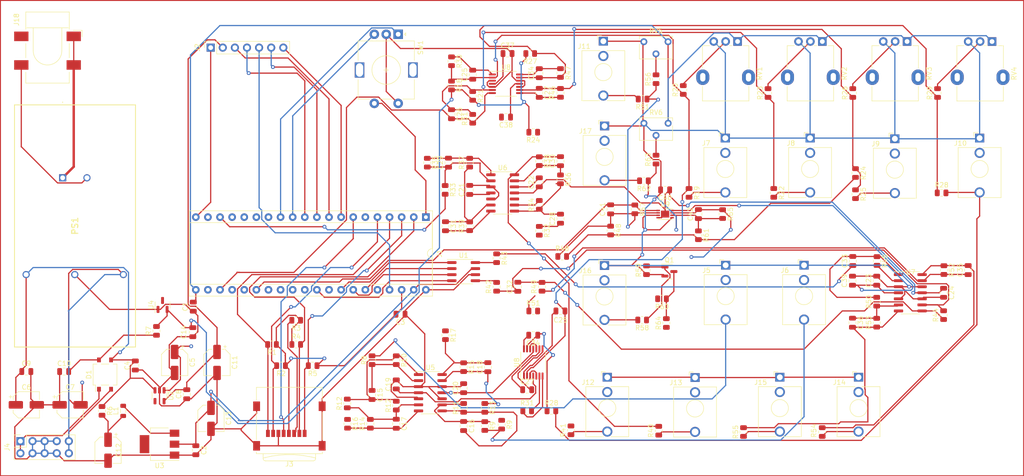
<source format=kicad_pcb>
(kicad_pcb (version 20211014) (generator pcbnew)
  (layers (0 "F.Cu" signal) (31 "B.Cu" signal) (34 "B.Paste" user) (35 "F.Paste" user) (36 "B.SilkS" user "B.Silkscreen") (37 "F.SilkS" user "F.Silkscreen") (38 "B.Mask" user) (39 "F.Mask" user) (44 "Edge.Cuts" user))
  (net 0 "")
  (net 1 "GNDA")
  (net 2 "+3.3VP")
  (net 3 "+5V")
  (net 4 "+3.3VA")
  (net 5 "+12V")
  (net 6 "-12V")
  (net 7 "+3V3")
  (net 8 "Net-(C12-Pad1)")
  (net 9 "-10V")
  (net 10 "Net-(C15-Pad1)")
  (net 11 "ADC_CTRL_1")
  (net 12 "Net-(C16-Pad1)")
  (net 13 "ADC_CTRL_2")
  (net 14 "Net-(C17-Pad1)")
  (net 15 "ADC_CTRL_3")
  (net 16 "Net-(C18-Pad1)")
  (net 17 "ADC_CTRL_4")
  (net 18 "Net-(J12-PadT)")
  (net 19 "Net-(J13-PadT)")
  (net 20 "Net-(J14-PadT)")
  (net 21 "Net-(J15-PadT)")
  (net 22 "Net-(C27-Pad1)")
  (net 23 "ADC1_1VOCT1")
  (net 24 "Net-(C28-Pad1)")
  (net 25 "Net-(C28-Pad2)")
  (net 26 "Net-(C29-Pad1)")
  (net 27 "Net-(C29-Pad2)")
  (net 28 "Net-(C30-Pad1)")
  (net 29 "Net-(C30-Pad2)")
  (net 30 "Net-(C31-Pad1)")
  (net 31 "Net-(C31-Pad2)")
  (net 32 "Net-(C32-Pad1)")
  (net 33 "Net-(C32-Pad2)")
  (net 34 "Net-(C33-Pad1)")
  (net 35 "Net-(C33-Pad2)")
  (net 36 "Net-(C34-Pad1)")
  (net 37 "ADC1_1VOCT2")
  (net 38 "Net-(C35-Pad1)")
  (net 39 "Net-(C35-Pad2)")
  (net 40 "Net-(C36-Pad1)")
  (net 41 "Net-(C36-Pad2)")
  (net 42 "ENC_CLICK")
  (net 43 "SDMMC1_D3")
  (net 44 "SDMMC1_D2")
  (net 45 "SDMMC1_D1")
  (net 46 "SDMMC1_D0")
  (net 47 "SDMMC1_CMD")
  (net 48 "SDMMC1_CK")
  (net 49 "OLED_CS")
  (net 50 "OLED_SCK")
  (net 51 "OLED_CMD_MISO")
  (net 52 "OLED_DATA_MOSI")
  (net 53 "ENC_B")
  (net 54 "ENC_A")
  (net 55 "USART1_TX")
  (net 56 "USART1_RX")
  (net 57 "AUDIO_IN_L")
  (net 58 "AUDIO_IN_R")
  (net 59 "AUDIO_OUT_L")
  (net 60 "AUDIO_OUT_R")
  (net 61 "ADC1_GATE_IN")
  (net 62 "DAC1_OUT2")
  (net 63 "DAC1_OUT1")
  (net 64 "SAI2_MCLK")
  (net 65 "SAI2_SD_B")
  (net 66 "SAI2_SD_A")
  (net 67 "SAI2_FS_A")
  (net 68 "SAI2_SCK_A")
  (net 69 "USB_HS_D_-")
  (net 70 "OLED_RST")
  (net 71 "Net-(J5-PadT)")
  (net 73 "Net-(J6-PadT)")
  (net 75 "Net-(J7-PadT)")
  (net 77 "Net-(J8-PadT)")
  (net 79 "Net-(J9-PadT)")
  (net 81 "Net-(J10-PadT)")
  (net 83 "Net-(J11-PadT)")
  (net 89 "Net-(L1-Pad2)")
  (net 90 "Net-(Q1-Pad1)")
  (net 91 "Net-(Q1-Pad3)")
  (net 92 "DAC_AUDIO_R")
  (net 93 "DAC_AUDIO_L")
  (net 95 "Net-(C15-Pad2)")
  (net 96 "Net-(C16-Pad2)")
  (net 97 "Net-(C17-Pad2)")
  (net 98 "Net-(C18-Pad2)")
  (net 99 "Net-(C25-Pad1)")
  (net 100 "Net-(C26-Pad1)")
  (net 101 "Net-(C41-Pad1)")
  (net 102 "Net-(C42-Pad1)")
  (net 103 "Net-(J16-PadT)")
  (net 105 "Net-(J17-PadT)")
  (net 107 "Net-(J18-Pad1)")
  (net 108 "Net-(J18-Pad2)")
  (net 109 "Net-(R20-Pad2)")
  (net 110 "Net-(R23-Pad2)")
  (net 111 "Net-(R26-Pad2)")
  (net 112 "Net-(R29-Pad2)")
  (net 113 "Net-(R56-Pad2)")
  (net 114 "Net-(R63-Pad2)")
  (net 115 "VEE")
  (net 116 "VCC")
  (footprint "Resistor_SMD:R_0805_2012Metric" (layer "F.Cu") (at 137.7775 53.3025 -90)
    (fp_text reference "R21")
    (fp_text value "200k")
  )
  (footprint "Capacitor_SMD:C_0805_2012Metric" (layer "F.Cu") (at 121.7425 122.08 -90)
    (fp_text reference "C17")
    (fp_text value "47pF")
  )
  (footprint "Capacitor_SMD:C_0805_2012Metric" (layer "F.Cu") (at 147.2375 93.345 90)
    (fp_text reference "C32")
    (fp_text value "47pF")
  )
  (footprint "Resistor_SMD:R_0805_2012Metric" (layer "F.Cu") (at 137.7775 58.105 90)
    (fp_text reference "R31")
    (fp_text value "66.5k")
  )
  (footprint "Resistor_SMD:R_0805_2012Metric" (layer "F.Cu") (at 178.4025 100.945 90)
    (fp_text reference "R64")
    (fp_text value "1k")
  )
  (footprint "Capacitor_SMD:CP_Elec_5x3" (layer "F.Cu") (at 44.14 118.11)
    (fp_text reference "C6")
    (fp_text value "10uF")
  )
  (footprint "Resistor_SMD:R_0805_2012Metric" (layer "F.Cu") (at 135.8725 110.2125 -90)
    (fp_text reference "R15")
    (fp_text value "100k")
  )
  (footprint "Resistor_SMD:R_0805_2012Metric" (layer "F.Cu") (at 156.1925 70.805 -90)
    (fp_text reference "R36")
    (fp_text value "100k")
  )
  (footprint "Resistor_SMD:R_0805_2012Metric" (layer "F.Cu") (at 137.1425 67.31 90)
    (fp_text reference "R37")
    (fp_text value "100k")
  )
  (footprint "Resistor_SMD:R_0805_2012Metric" (layer "F.Cu") (at 156.1925 48.5 -90)
    (fp_text reference "R47")
    (fp_text value "66.5k")
  )
  (footprint "Package_SO:TSSOP-14_4.4x5mm_P0.65mm" (layer "F.Cu") (at 144.7625 50.7625)
    (fp_text reference "U8")
    (fp_text value "MCP6004")
  )
  (footprint "Resistor_SMD:R_0805_2012Metric" (layer "F.Cu") (at 151.7475 66.995 -90)
    (fp_text reference "R38")
    (fp_text value "100k")
  )
  (footprint "Capacitor_SMD:C_0805_2012Metric" (layer "F.Cu") (at 132.6975 67.31 90)
    (fp_text reference "C29")
    (fp_text value "47pF")
  )
  (footprint "Capacitor_SMD:C_0805_2012Metric" (layer "F.Cu") (at 149.2075 114.935)
    (fp_text reference "C27")
    (fp_text value "10nF")
  )
  (footprint "Connector_Audio:Jack_3.5mm_QingPu_WQP-PJ398SM_Vertical_CircularHoles" (layer "F.Cu") (at 166.01 112.32)
    (fp_text reference "J12")
    (fp_text value "MAIN_OUT1")
  )
  (footprint "Capacitor_SMD:C_0805_2012Metric" (layer "F.Cu") (at 236.56 94.605 -90)
    (fp_text reference "C24")
    (fp_text value "100nF")
  )
  (footprint "Capacitor_SMD:C_0805_2012Metric" (layer "F.Cu") (at 156.1925 66.995 90)
    (fp_text reference "C30")
    (fp_text value "47pF")
  )
  (footprint "Capacitor_SMD:C_0805_2012Metric" (layer "F.Cu") (at 217.445 92.065 90)
    (fp_text reference "C39")
    (fp_text value "100nF")
  )
  (footprint "Resistor_SMD:R_0805_2012Metric" (layer "F.Cu") (at 100.7525 105.45)
    (fp_text reference "R4")
    (fp_text value "47k")
  )
  (footprint "Package_DFN_QFN:DFN-8-1EP_3x2mm_P0.5mm_EP1.75x1.45mm" (layer "F.Cu") (at 178.14 78.095)
    (fp_text reference "U9")
    (fp_text value "MCP6002-xMC")
  )
  (footprint "Resistor_SMD:R_0805_2012Metric" (layer "F.Cu") (at 116.6625 108.745 90)
    (fp_text reference "R8")
    (fp_text value "100k")
  )
  (footprint "Resistor_SMD:R_0805_2012Metric" (layer "F.Cu") (at 236.56 99.29 90)
    (fp_text reference "R44")
    (fp_text value "100k")
  )
  (footprint "Resistor_SMD:R_0805_2012Metric" (layer "F.Cu") (at 128.2525 67.31 -90)
    (fp_text reference "R35")
    (fp_text value "100k")
  )
  (footprint "Connector_PinSocket_2.54mm:PinSocket_1x07_P2.54mm_Vertical" (layer "F.Cu") (at 82.81 43.18 90)
    (fp_text reference "J2")
    (fp_text value "DISP_3_128X64")
  )
  (footprint "Resistor_SMD:R_0805_2012Metric" (layer "F.Cu") (at 190.205 78.095 -90)
    (fp_text reference "R65")
    (fp_text value "66.5k")
  )
  (footprint "Resistor_SMD:R_0805_2012Metric" (layer "F.Cu") (at 176.235 66.665 90)
    (fp_text reference "R63")
    (fp_text value "66.5k")
  )
  (footprint "Resistor_SMD:R_0805_2012Metric" (layer "F.Cu") (at 174.235 89.8725 90)
    (fp_text reference "R59")
    (fp_text value "1M")
  )
  (footprint "Resistor_SMD:R_0805_2012Metric" (layer "F.Cu") (at 137.1425 80.645 90)
    (fp_text reference "R39")
    (fp_text value "100k")
  )
  (footprint "Capacitor_SMD:C_0805_2012Metric" (layer "F.Cu") (at 151.7475 52.6675 -90)
    (fp_text reference "C27")
    (fp_text value "10nF")
  )
  (footprint "Connector_Audio:Jack_3.5mm_QingPu_WQP-PJ398SM_Vertical_CircularHoles" (layer "F.Cu") (at 165.425 88.89)
    (fp_text reference "J16")
    (fp_text value "GATE_TRIGGER_IN")
  )
  (footprint "Inductor_SMD:L_0805_2012Metric" (layer "F.Cu") (at 64.46 119.38 90)
    (fp_text reference "L1")
    (fp_text value "10uH")
  )
  (footprint "Resistor_SMD:R_0805_2012Metric" (layer "F.Cu") (at 156.1925 52.6675 90)
    (fp_text reference "R46")
    (fp_text value "66.5k")
  )
  (footprint "Capacitor_SMD:C_0805_2012Metric" (layer "F.Cu") (at 185.125 78.095 90)
    (fp_text reference "C42")
    (fp_text value "10nF")
  )
  (footprint "Resistor_SMD:R_0805_2012Metric" (layer "F.Cu") (at 149.8425 44.4125 180)
    (fp_text reference "R27")
    (fp_text value "200k")
  )
  (footprint "Connector_Audio:Jack_3.5mm_QingPu_WQP-PJ398SM_Vertical_CircularHoles" (layer "F.Cu") (at 190.84 88.825)
    (fp_text reference "J5")
    (fp_text value "AUDIO_IN_1L")
  )
  (footprint "Capacitor_SMD:C_0805_2012Metric" (layer "F.Cu") (at 79.1625 97.515 90)
    (fp_text reference "C1")
    (fp_text value "100nF")
  )
  (footprint "Resistor_SMD:R_0805_2012Metric" (layer "F.Cu") (at 222.525 96.4725 90)
    (fp_text reference "R50")
    (fp_text value "100k")
  )
  (footprint "Resistor_SMD:R_0805_2012Metric" (layer "F.Cu") (at 173.695 71.11 180)
    (fp_text reference "R62")
    (fp_text value "100k")
  )
  (footprint "Capacitor_SMD:CP_Elec_5x3" (layer "F.Cu") (at 75.255 109.22 -90)
    (fp_text reference "C5")
    (fp_text value "10uF")
  )
  (footprint "Connector_Audio:Jack_3.5mm_QingPu_WQP-PJ398SM_Vertical_CircularHoles" (layer "F.Cu") (at 244.115 62.155)
    (fp_text reference "J10")
    (fp_text value "CV4_INPUT")
  )
  (footprint "Capacitor_SMD:C_0805_2012Metric" (layer "F.Cu") (at 79.065 102.87 90)
    (fp_text reference "C14")
    (fp_text value "100nF")
  )
  (footprint "Connector_Card:microSD_HC_Wuerth_693072010801" (layer "F.Cu") (at 99.32 122.555 180)
    (fp_text reference "J3")
    (fp_text value "Micro_SD_Card")
  )
  (footprint "Resistor_SMD:R_0805_2012Metric" (layer "F.Cu") (at 183.155 73.65 -90)
    (fp_text reference "R19")
    (fp_text value "100k")
  )
  (footprint "Package_SO:SOIC-14_3.9x8.7mm_P1.27mm" (layer "F.Cu") (at 229.575 94.605)
    (fp_text reference "U7")
    (fp_text value "TL074")
  )
  (footprint "Package_DIP:DIP-40_W15.24mm_Socket" (layer "F.Cu") (at 127.955 78.735 -90)
    (fp_text reference "J1")
    (fp_text value "Daisy_Seed_Temp")
  )
  (footprint "Resistor_SMD:R_0805_2012Metric" (layer "F.Cu") (at 140.3175 122.555 -90)
    (fp_text reference "R9")
    (fp_text value "100k")
  )
  (footprint "Capacitor_SMD:C_0805_2012Metric" (layer "F.Cu") (at 137.1425 73.025 90)
    (fp_text reference "C21")
    (fp_text value "100nF")
  )
  (footprint "Resistor_SMD:R_0805_2012Metric" (layer "F.Cu") (at 151.7475 81.6 -90)
    (fp_text reference "R32")
    (fp_text value "10k")
  )
  (footprint "Package_TO_SOT_SMD:TO-269AA" (layer "F.Cu") (at 60.65 111.76 90)
    (fp_text reference "D1")
    (fp_text value "MB2S")
  )
  (footprint "Capacitor_SMD:C_0805_2012Metric" (layer "F.Cu") (at 122.635 99.1 180)
    (fp_text reference "C3")
    (fp_text value "100nF")
  )
  (footprint "Capacitor_SMD:C_0805_2012Metric" (layer "F.Cu") (at 241.705 89.845 90)
    (fp_text reference "C35")
    (fp_text value "47pF")
  )
  (footprint "Resistor_SMD:R_0805_2012Metric" (layer "F.Cu") (at 156.55 86.985)
    (fp_text reference "R48")
    (fp_text value "200k")
  )
  (footprint "Capacitor_SMD:C_0805_2012Metric" (layer "F.Cu") (at 137.7775 48.8575 90)
    (fp_text reference "C25")
    (fp_text value "10nF")
  )
  (footprint "Connector_Audio:Jack_3.5mm_QingPu_WQP-PJ398SM_Vertical_CircularHoles" (layer "F.Cu") (at 218.715 112.32)
    (fp_text reference "J14")
    (fp_text value "MAIN_OUT4")
  )
  (footprint "Resistor_SMD:R_0805_2012Metric" (layer "F.Cu") (at 133.3325 46.04 -90)
    (fp_text reference "R30")
    (fp_text value "66.5k")
  )
  (footprint "Resistor_SMD:R_0805_2012Metric" (layer "F.Cu") (at 199.73 52.695 90)
    (fp_text reference "R23")
    (fp_text value "66.5k")
  )
  (footprint "Capacitor_SMD:C_0805_2012Metric" (layer "F.Cu") (at 166.71 77.1025 90)
    (fp_text reference "C41")
    (fp_text value "10nF")
  )
  (footprint "Resistor_SMD:R_0805_2012Metric" (layer "F.Cu") (at 60.015 119.38 -90)
    (fp_text reference "R6")
    (fp_text value "4.7R")
  )
  (footprint "Resistor_SMD:R_0805_2012Metric" (layer "F.Cu") (at 194.585 123.815 90)
    (fp_text reference "R55")
    (fp_text value "1k")
  )
  (footprint "Capacitor_SMD:C_0805_2012Metric" (layer "F.Cu") (at 156.1925 79.06 90)
    (fp_text reference "C28")
    (fp_text value "47pF")
  )
  (footprint "Capacitor_SMD:C_0805_2012Metric" (layer "F.Cu") (at 151.7475 48.5375 90)
    (fp_text reference "C34")
    (fp_text value "10nF")
  )
  (footprint "Capacitor_SMD:C_0805_2012Metric" (layer "F.Cu") (at 77.795 115.885 90)
    (fp_text reference "C8")
    (fp_text value "100nF")
  )
  (footprint "Connector_BarrelJack:BarrelJack_CLIFF_FC681465S_SMT_Horizontal" (layer "F.Cu") (at 48.585 43.815 -90)
    (fp_text reference "J18")
    (fp_text value "Barrel_Jack_MountingPin")
  )
  (footprint "Resistor_SMD:R_0805_2012Metric" (layer "F.Cu") (at 131.9975 73.025 -90)
    (fp_text reference "R33")
    (fp_text value "10k")
  )
  (footprint "Capacitor_SMD:C_0805_2012Metric" (layer "F.Cu") (at 79.7 127.635 -90)
    (fp_text reference "C2")
    (fp_text value "100nF")
  )
  (footprint "Potentiometer_THT:Potentiometer_Bourns_3266W_Vertical" (layer "F.Cu") (at 178.775 59.045)
    (fp_text reference "RV6")
    (fp_text value "IN_CAL_TRIM")
  )
  (footprint "Capacitor_SMD:CP_Elec_5x3" (layer "F.Cu") (at 84.145 109.22 -90)
    (fp_text reference "C11")
    (fp_text value "10uF")
  )
  (footprint "Resistor_SMD:R_0805_2012Metric" (layer "F.Cu") (at 222.525 100.88 90)
    (fp_text reference "R53")
    (fp_text value "100k")
  )
  (footprint "Capacitor_SMD:C_0805_2012Metric" (layer "F.Cu") (at 121.7425 113.825 90)
    (fp_text reference "C19")
    (fp_text value "100nF")
  )
  (footprint "Capacitor_SMD:C_0805_2012Metric" (layer "F.Cu") (at 132.0625 80.645 -90)
    (fp_text reference "C31")
    (fp_text value "47pF")
  )
  (footprint "Resistor_SMD:R_0805_2012Metric" (layer "F.Cu") (at 217.51 52.695 90)
    (fp_text reference "R26")
    (fp_text value "66.5k")
  )
  (footprint "Potentiometer_THT:Potentiometer_Alpha_RD901F-40-00D_Single_Vertical" (layer "F.Cu") (at 246.72 41.9 -90)
    (fp_text reference "RV4")
    (fp_text value "CV_CNTRL_4")
  )
  (footprint "Connector_Audio:Jack_3.5mm_QingPu_WQP-PJ398SM_Vertical_CircularHoles" (layer "F.Cu") (at 202.205 112.32)
    (fp_text reference "J15")
    (fp_text value "MAIN_OUT3")
  )
  (footprint "Capacitor_SMD:C_0805_2012Metric" (layer "F.Cu") (at 150.4775 103.505 180)
    (fp_text reference "C34")
    (fp_text value "10nF")
  )
  (footprint "Resistor_SMD:R_0805_2012Metric" (layer "F.Cu") (at 173.4175 53.965 180)
    (fp_text reference "R51")
    (fp_text value "100k")
  )
  (footprint "Resistor_SMD:R_0805_2012Metric" (layer "F.Cu") (at 152.3175 93.345 90)
    (fp_text reference "R49")
    (fp_text value "100k")
  )
  (footprint "Resistor_SMD:R_0805_2012Metric" (layer "F.Cu") (at 121.7425 108.745 -90)
    (fp_text reference "R10")
    (fp_text value "100k")
  )
  (footprint "Resistor_SMD:R_0805_2012Metric" (layer "F.Cu") (at 149.2075 119.38)
    (fp_text reference "R31")
    (fp_text value "66.5k")
  )
  (footprint "Capacitor_SMD:C_0805_2012Metric" (layer "F.Cu") (at 135.8725 122.555 -90)
    (fp_text reference "C16")
    (fp_text value "47pF")
  )
  (footprint "Rotary_Encoder:RotaryEncoder_Alps_EC11E-Switch_Vertical_H20mm" (layer "F.Cu") (at 122.14 40.375 -90)
    (fp_text reference "SW1")
    (fp_text value "RotaryEncoder_Switch")
  )
  (footprint "Potentiometer_THT:Potentiometer_Alpha_RD901F-40-00D_Single_Vertical" (layer "F.Cu") (at 211.12 41.89 -90)
    (fp_text reference "RV2")
    (fp_text value "CV_CNTRL_2")
  )
  (footprint "Resistor_SMD:R_0805_2012Metric" (layer "F.Cu") (at 218.08 73.9275 -90)
    (fp_text reference "R25")
    (fp_text value "100k")
  )
  (footprint "Resistor_SMD:R_0805_2012Metric" (layer "F.Cu") (at 154.2875 119.38)
    (fp_text reference "R28")
    (fp_text value "100k")
  )
  (footprint "Capacitor_SMD:C_0805_2012Metric" (layer "F.Cu") (at 44.14 111.125)
    (fp_text reference "C9")
    (fp_text value "100nF")
  )
  (footprint "Resistor_SMD:R_0805_2012Metric" (layer "F.Cu") (at 235.29 52.695 90)
    (fp_text reference "R29")
    (fp_text value "66.5k")
  )
  (footprint "Connector_Audio:Jack_3.5mm_QingPu_WQP-PJ398SM_Vertical_CircularHoles" (layer "F.Cu") (at 165.185 41.835)
    (fp_text reference "J11")
    (fp_text value "1VOCT1_IN")
  )
  (footprint "Package_TO_SOT_SMD:SOT-23" (layer "F.Cu") (at 72.715 97.155 90)
    (fp_text reference "U4")
    (fp_text value "LM4040DBZ-5")
  )
  (footprint "Resistor_SMD:R_0805_2012Metric" (layer "F.Cu") (at 236.625 89.845 -90)
    (fp_text reference "R52")
    (fp_text value "100k")
  )
  (footprint "Resistor_SMD:R_0805_2012Metric" (layer "F.Cu") (at 200.935 73.65 -90)
    (fp_text reference "R22")
    (fp_text value "100k")
  )
  (footprint "Connector_Audio:Jack_3.5mm_QingPu_WQP-PJ398SM_Vertical_CircularHoles" (layer "F.Cu") (at 190.775 62.155)
    (fp_text reference "J7")
    (fp_text value "CV1_INPUT")
  )
  (footprint "Resistor_SMD:R_0805_2012Metric" (layer "F.Cu") (at 181.95 52.06 90)
    (fp_text reference "R20")
    (fp_text value "66.5k")
  )
  (footprint "Potentiometer_THT:Potentiometer_Alpha_RD901F-40-00D_Single_Vertical" (layer "F.Cu") (at 193.34 41.89 -90)
    (fp_text reference "RV1")
    (fp_text value "CV_CNTRL_1")
  )
  (footprint "Resistor_SMD:R_0805_2012Metric" (layer "F.Cu") (at 121.7425 118.27 90)
    (fp_text reference "R12")
    (fp_text value "100k")
  )
  (footprint "Resistor_SMD:R_0805_2012Metric" (layer "F.Cu") (at 171.79 77.1025 -90)
    (fp_text reference "R57")
    (fp_text value "66.5k")
  )
  (footprint "Potentiometer_THT:Potentiometer_Bourns_3266W_Vertical" (layer "F.Cu") (at 178.76 41.945)
    (fp_text reference "RV5")
    (fp_text value "IN_CAL_TRIM")
  )
  (footprint "Resistor_SMD:R_0805_2012Metric" (layer "F.Cu") (at 222.59 87.94 -90)
    (fp_text reference "R45")
    (fp_text value "100k")
  )
  (footprint "Capacitor_SMD:C_0805_2012Metric" (layer "F.Cu") (at 144.7625 57.7475 180)
    (fp_text reference "C38")
    (fp_text value "100nF")
  )
  (footprint "Resistor_SMD:R_0805_2012Metric" (layer "F.Cu") (at 218.08 69.4825 -90)
    (fp_text reference "R24")
    (fp_text value "200k")
  )
  (footprint "Resistor_SMD:R_0805_2012Metric" (layer "F.Cu") (at 104.205 109.895 180)
    (fp_text reference "R5")
    (fp_text value "47k")
  )
  (footprint "Capacitor_SMD:C_0805_2012Metric" (layer "F.Cu") (at 52.075 111.125)
    (fp_text reference "C10")
    (fp_text value "100nF")
  )
  (footprint "Capacitor_SMD:CP_Elec_5x3" (layer "F.Cu") (at 82.875 120.945 -90)
    (fp_text reference "C13")
    (fp_text value "10uF")
  )
  (footprint "Capacitor_SMD:C_0805_2012Metric" (layer "F.Cu") (at 116.6625 116.045 -90)
    (fp_text reference "C15")
    (fp_text value "47pF")
  )
  (footprint "Resistor_SMD:R_0805_2012Metric" (layer "F.Cu") (at 100.7525 100.37 180)
    (fp_text reference "R3")
    (fp_text value "47k")
  )
  (footprint "Resistor_SMD:R_0805_2012Metric" (layer "F.Cu") (at 95.6725 105.45 180)
    (fp_text reference "R1")
    (fp_text value "47k")
  )
  (footprint "Resistor_SMD:R_0805_2012Metric" (layer "F.Cu") (at 111.465 117.8225 90)
    (fp_text reference "R12")
    (fp_text value "100k")
  )
  (footprint "Resistor_SMD:R_0805_2012Metric" (layer "F.Cu") (at 142.7925 87.3525 -90)
    (fp_text reference "R43")
    (fp_text value "10k")
  )
  (footprint "Connector_Audio:Jack_3.5mm_QingPu_WQP-PJ398SM_Vertical_CircularHoles" (layer "F.Cu") (at 165.44 59.615)
    (fp_text reference "J17")
    (fp_text value "1VOCT2_IN")
  )
  (footprint "Capacitor_SMD:CP_Elec_5x3" (layer "F.Cu") (at 53.325 118.11)
    (fp_text reference "C7")
    (fp_text value "10uF")
  )
  (footprint "Capacitor_SMD:C_0805_2012Metric" (layer "F.Cu") (at 156.1925 98.425 180)
    (fp_text reference "C25")
    (fp_text value "10nF")
  )
  (footprint "Resistor_SMD:R_0805_2012Metric" (layer "F.Cu") (at 71.445 102.5925 90)
    (fp_text reference "R7")
    (fp_text value "4.7R")
  )
  (footprint "Capacitor_SMD:C_0805_2012Metric" (layer "F.Cu") (at 145.0825 44.4125)
    (fp_text reference "C37")
    (fp_text value "100nF")
  )
  (footprint "Connector_Audio:Jack_3.5mm_QingPu_WQP-PJ398SM_Vertical_CircularHoles" (layer "F.Cu") (at 208.555 62.155)
    (fp_text reference "J8")
    (fp_text value "CV2_INPUT")
  )
  (footprint "Package_TO_SOT_SMD:SOT-23-5" (layer "F.Cu") (at 72.08 116.205 -90)
    (fp_text reference "U2")
    (fp_text value "AP2204K-3.3")
  )
  (footprint "Resistor_SMD:R_0805_2012Metric" (layer "F.Cu") (at 236.1375 73.65)
    (fp_text reference "R28")
    (fp_text value "100k")
  )
  (footprint "Potentiometer_THT:Potentiometer_Alpha_RD901F-40-00D_Single_Vertical" (layer "F.Cu") (at 228.9 41.89 -90)
    (fp_text reference "RV3")
    (fp_text value "CV_CNTRL_3")
  )
  (footprint "Capacitor_SMD:CP_Elec_5x3" (layer "F.Cu") (at 61.285 127.635 -90)
    (fp_text reference "C12")
    (fp_text value "10uF")
  )
  (footprint "Resistor_SMD:R_0805_2012Metric" (layer "F.Cu") (at 116.305 122.08 90)
    (fp_text reference "R14")
    (fp_text value "100k")
  )
  (footprint "Resistor_SMD:R_0805_2012Metric" (layer "F.Cu") (at 185.125 82.54 -90)
    (fp_text reference "R61")
    (fp_text value "200k")
  )
  (footprint "Resistor_SMD:R_0805_2012Metric" (layer "F.Cu") (at 158.39 123.4575 90)
    (fp_text reference "R41")
    (fp_text value "1k")
  )
  (footprint "Resistor_SMD:R_0805_2012Metric" (layer "F.Cu") (at 143.85 122.2675 -90)
    (fp_text reference "R9")
    (fp_text value "100k")
  )
  (footprint "Resistor_SMD:R_0805_2012Metric" (layer "F.Cu") (at 151.7475 76.1625 90)
    (fp_text reference "R34")
    (fp_text value "100k")
  )
  (footprint "Resistor_SMD:R_0805_2012Metric" (layer "F.Cu") (at 211.095 123.815 90)
    (fp_text reference "R54")
    (fp_text value "1k")
  )
  (footprint "Resistor_SMD:R_0805_2012Metric" (layer "F.Cu") (at 176.235 49.7975 90)
    (fp_text reference "R56")
    (fp_text value "66.5k")
  )
  (footprint "Resistor_SMD:R_0805_2012Metric" (layer "F.Cu") (at 111.5175 122.08 -90)
    (fp_text reference "R16")
    (fp_text value "1k")
  )
  (footprint "Capacitor_SMD:C_0805_2012Metric" (layer "F.Cu") (at 178.14 73.015 180)
    (fp_text reference "C40")
    (fp_text value "100nF")
  )
  (footprint "Capacitor_SMD:C_0805_2012Metric" (layer "F.Cu") (at 67 109.855 90)
    (fp_text reference "C4")
    (fp_text value "100nF")
  )
  (footprint "Connector_Audio:Jack_3.5mm_QingPu_WQP-PJ398SM_Vertical_CircularHoles" (layer "F.Cu") (at 207.285 88.825)
    (fp_text reference "J6")
    (fp_text value "AUDIO_IN_2R")
  )
  (footprint "Package_TO_SOT_SMD:SOT-223" (layer "F.Cu") (at 72.08 126.365 180)
    (fp_text reference "U3")
    (fp_text value "LM1117-5.0")
  )
  (footprint "Resistor_SMD:R_0805_2012Metric" (layer "F.Cu") (at 135.8725 118.745 90)
    (fp_text reference "R11")
    (fp_text value "100k")
  )
  (footprint "Capacitor_SMD:C_0805_2012Metric" (layer "F.Cu") (at 222.525 92.065 90)
    (fp_text reference "C23")
    (fp_text value "100nF")
  )
  (footprint "Package_SO:SOIC-8_3.9x4.9mm_P1.27mm" (layer "F.Cu") (at 135.8725 90.17)
    (fp_text reference "U1")
    (fp_text value "CS4334")
  )
  (footprint "Resistor_SMD:R_0805_2012Metric" (layer "F.Cu") (at 97.5775 109.895 180)
    (fp_text reference "R2")
    (fp_text value "47k")
  )
  (footprint "Capacitor_SMD:C_0805_2012Metric" (layer "F.Cu") (at 140.9525 110.2125 90)
    (fp_text reference "C18")
    (fp_text value "47pF")
  )
  (footprint "Package_TO_SOT_SMD:SOT-23" (layer "F.Cu") (at 179.0375 90.15)
    (fp_text reference "Q1")
    (fp_text value "MMBT3904")
  )
  (footprint "Capacitor_SMD:C_0805_2012Metric" (layer "F.Cu") (at 133.3325 57.155 -90)
    (fp_text reference "C26")
    (fp_text value "10nF")
  )
  (footprint "Capacitor_SMD:C_0805_2012Metric" (layer "F.Cu") (at 217.445 100.88 -90)
    (fp_text reference "C36")
    (fp_text value "47pF")
  )
  (footprint "Package_SO:SOIC-14_3.9x8.7mm_P1.27mm" (layer "F.Cu") (at 128.8875 115.57)
    (fp_text reference "U5")
    (fp_text value "TL074")
  )
  (footprint "Connector_Audio:Jack_3.5mm_QingPu_WQP-PJ398SM_Vertical_CircularHoles" (layer "F.Cu") (at 226.335 62.295)
    (fp_text reference "J9")
    (fp_text value "CV3_INPUT")
  )
  (footprint "Resistor_SMD:R_0805_2012Metric" (layer "F.Cu") (at 133.3325 51.12 -90)
    (fp_text reference "R18")
    (fp_text value "200k")
  )
  (footprint "KiCad:DLW05A12" (layer "F.Cu") (at 51.76 70.485 -90)
    (fp_text reference "PS1")
    (fp_text value "DLW05A-12" hide)
  )
  (footprint "Capacitor_SMD:C_0805_2012Metric" (layer "F.Cu") (at 135.8725 114.615 90)
    (fp_text reference "C20")
    (fp_text value "100nF")
  )
  (footprint "Package_SO:SOIC-14_3.9x8.7mm_P1.27mm" (layer "F.Cu") (at 144.0625 73.66)
    (fp_text reference "U6")
    (fp_text value "TL074")
  )
  (footprint "Resistor_SMD:R_0805_2012Metric" (layer "F.Cu") (at 166.71 81.5475 -90)
    (fp_text reference "R48")
    (fp_text value "200k")
  )
  (footprint "Resistor_SMD:R_0805_2012Metric" (layer "F.Cu") (at 140.3175 118.745 -90)
    (fp_text reference "R13")
    (fp_text value "100k")
  )
  (footprint "Connector_Audio:Jack_3.5mm_QingPu_WQP-PJ398SM_Vertical_CircularHoles" (layer "F.Cu") (at 184.425 112.385)
    (fp_text reference "J13")
    (fp_text value "MAIN_OUT2")
  )
  (footprint "Resistor_SMD:R_0805_2012Metric" (layer "F.Cu") (at 142.7925 93.345 90)
    (fp_text reference "R42")
    (fp_text value "10k")
  )
  (footprint "Connector_PinSocket_2.54mm:PinSocket_2x05_P2.54mm_Vertical" (layer "F.Cu") (at 42.9 125.73 90)
    (fp_text reference "J4")
    (fp_text value "EURO_PWR")
  )
  (footprint "Resistor_SMD:R_0805_2012Metric" (layer "F.Cu") (at 132.0625 103.505 -90)
    (fp_text reference "R17")
    (fp_text value "1k")
  )
  (footprint "Capacitor_SMD:C_0805_2012Metric" (layer "F.Cu") (at 151.7475 71.44 90)
    (fp_text reference "C22")
    (fp_text value "100nF")
  )
  (footprint "Package_SO:TSSOP-14_4.4x5mm_P0.65mm" (layer "F.Cu") (at 150.4775 109.22 90)
    (fp_text reference "U8")
    (fp_text value "MCP6004")
  )
  (footprint "Resistor_SMD:R_0805_2012Metric" (layer "F.Cu") (at 176.805 123.5375 90)
    (fp_text reference "R40")
    (fp_text value "1k")
  )
  (footprint "Resistor_SMD:R_0805_2012Metric" (layer "F.Cu") (at 150.4775 60.9225 180)
    (fp_text reference "R24")
    (fp_text value "200k")
  )
  (footprint "Resistor_SMD:R_0805_2012Metric" (layer "F.Cu") (at 150.4775 98.425)
    (fp_text reference "R51")
    (fp_text value "100k")
  )
  (footprint "Capacitor_SMD:C_0805_2012Metric" (layer "F.Cu") (at 217.51 87.94 90)
    (fp_text reference "C33")
    (fp_text value "47pF")
  )
  (footprint "Resistor_SMD:R_0805_2012Metric" (layer "F.Cu") (at 173.3225 100.31 180)
    (fp_text reference "R58")
    (fp_text value "100k")
  )
  (footprint "Resistor_SMD:R_0805_2012Metric" (layer "F.Cu") (at 177.49 95.865 180)
    (fp_text reference "R60")
    (fp_text value "10k")
  )
  (gr_rect (start 253.3475 132.9825) (end 38.7175 33.2875) (layer "F.Cu") (width 0.2) (fill none))
  (segment (start 72.715 96.2175) (end 72.715 96.455) (width 0.25) (layer "F.Cu") (net 0))
  (segment (start 72.715 96.455) (end 72.65 96.52) (width 0.25) (layer "F.Cu") (net 0))
  (segment (start 97.02 126.605) (end 97.12 126.705) (width 0.25) (layer "F.Cu") (net 1))
  (segment (start 151.1275 112.0825) (end 151.1275 111.394639) (width 0.25) (layer "F.Cu") (net 1))
  (segment (start 76.30048 118.32952) (end 72.49452 118.32952) (width 0.25) (layer "F.Cu") (net 1))
  (segment (start 77.795 116.835) (end 76.30048 118.32952) (width 0.25) (layer "F.Cu") (net 1))
  (segment (start 177.19 73.015) (end 177.25952 72.94548) (width 0.25) (layer "F.Cu") (net 1))
  (segment (start 62.455 128.665) (end 75.23 128.665) (width 0.25) (layer "F.Cu") (net 1))
  (segment (start 173.5 78.845) (end 173.5 80.9) (width 0.25) (layer "F.Cu") (net 1))
  (segment (start 141.212139 51.4125) (end 141.9 51.4125) (width 0.25) (layer "F.Cu") (net 1))
  (segment (start 128.6575 114.3) (end 131.3625 114.3) (width 0.25) (layer "F.Cu") (net 1))
  (segment (start 142.57 74.93) (end 141.5875 74.93) (width 0.25) (layer "F.Cu") (net 1))
  (segment (start 202.14 112.385) (end 202.205 112.32) (width 0.25) (layer "F.Cu") (net 1))
  (segment (start 89.205 123.145) (end 92.445 119.905) (width 0.25) (layer "F.Cu") (net 1))
  (segment (start 144.98298 43.36298) (end 146.0325 44.4125) (width 0.25) (layer "F.Cu") (net 1))
  (segment (start 141.2725 72.075) (end 141.5875 72.39) (width 0.25) (layer "F.Cu") (net 1))
  (segment (start 173.125 59.615) (end 173.695 59.045) (width 0.25) (layer "F.Cu") (net 1))
  (segment (start 135.2375 114.3) (end 135.8725 113.665) (width 0.25) (layer "F.Cu") (net 1))
  (segment (start 140.83798 51.038341) (end 141.212139 51.4125) (width 0.25) (layer "F.Cu") (net 1))
  (segment (start 45.09 116.86) (end 46.34 118.11) (width 0.25) (layer "F.Cu") (net 1))
  (segment (start 84.145 111.42) (end 84.145 121.875) (width 0.25) (layer "F.Cu") (net 1))
  (segment (start 173.695 59.045) (end 173.49298 58.84298) (width 0.25) (layer "F.Cu") (net 1))
  (segment (start 68.52 110.805) (end 72.08 114.365) (width 0.25) (layer "F.Cu") (net 1))
  (segment (start 75.255 111.42) (end 72.08 114.595) (width 0.25) (layer "F.Cu") (net 1))
  (segment (start 121.950487 116.52048) (end 126.09298 116.52048) (width 0.25) (layer "F.Cu") (net 1))
  (segment (start 74.13048 105.532027) (end 74.13048 110.29548) (width 0.25) (layer "F.Cu") (net 1))
  (segment (start 106.195 126.705) (end 106.195 118.405) (width 0.25) (layer "F.Cu") (net 1))
  (segment (start 232.05 93.335) (end 229.3175 93.335) (width 0.25) (layer "F.Cu") (net 1))
  (segment (start 106.195 116.775007) (end 123.585 99.385007) (width 0.25) (layer "F.Cu") (net 1))
  (segment (start 82.875 125.41) (end 82.875 123.145) (width 0.25) (layer "F.Cu") (net 1))
  (segment (start 45.44 128.27) (end 44.265489 129.444511) (width 0.25) (layer "F.Cu") (net 1))
  (segment (start 61.285 129.835) (end 52.085 129.835) (width 0.25) (layer "F.Cu") (net 1))
  (segment (start 146.0325 47.967861) (end 142.587861 51.4125) (width 0.25) (layer "F.Cu") (net 1))
  (segment (start 151.1275 105.669639) (end 150.753341 105.29548) (width 0.25) (layer "F.Cu") (net 1))
  (segment (start 184.425 112.385) (end 202.14 112.385) (width 0.25) (layer "F.Cu") (net 1))
  (segment (start 172.34 88.89) (end 165.425 88.89) (width 0.25) (layer "F.Cu") (net 1))
  (segment (start 227.1 95.875) (end 227.476072 95.875) (width 0.25) (layer "F.Cu") (net 1))
  (segment (start 78.73 116.835) (end 84.145 111.42) (width 0.25) (layer "F.Cu") (net 1))
  (segment (start 227.655 93.335) (end 227.1 93.335) (width 0.25) (layer "F.Cu") (net 1))
  (segment (start 177.05 81.385) (end 179.59 78.845) (width 0.25) (layer "F.Cu") (net 1))
  (segment (start 173.985 81.385) (end 177.05 81.385) (width 0.25) (layer "F.Cu") (net 1))
  (segment (start 74.13048 110.29548) (end 75.255 111.42) (width 0.25) (layer "F.Cu") (net 1))
  (segment (start 84.145 121.875) (end 82.875 123.145) (width 0.25) (layer "F.Cu") (net 1))
  (segment (start 77.45477 97.03048) (end 78.88929 98.465) (width 0.25) (layer "F.Cu") (net 1))
  (segment (start 141.5875 72.39) (end 141.963572 72.39) (width 0.25) (layer "F.Cu") (net 1))
  (segment (start 141.212139 50.1125) (end 140.83798 50.486659) (width 0.25) (layer "F.Cu") (net 1))
  (segment (start 177.19 73.015) (end 177.19 73.735) (width 0.25) (layer "F.Cu") (net 1))
  (segment (start 127.71202 113.376552) (end 126.788572 114.3) (width 0.25) (layer "F.Cu") (net 1))
  (segment (start 79.065 103.82) (end 75.842507 103.82) (width 0.25) (layer "F.Cu") (net 1))
  (segment (start 137.1425 72.075) (end 137.4625 71.755) (width 0.25) (layer "F.Cu") (net 1))
  (segment (start 222.525 91.115) (end 224.745 93.335) (width 0.25) (layer "F.Cu") (net 1))
  (segment (start 44.265489 129.444511) (end 41.954031 129.444511) (width 0.25) (layer "F.Cu") (net 1))
  (segment (start 176.847493 66.665) (end 175.622507 66.665) (width 0.25) (layer "F.Cu") (net 1))
  (segment (start 150.753341 111.02048) (end 150.201659 111.02048) (width 0.25) (layer "F.Cu") (net 1))
  (segment (start 106.195 118.405) (end 106.195 116.775007) (width 0.25) (layer "F.Cu") (net 1))
  (segment (start 224.745 93.335) (end 227.1 93.335) (width 0.25) (layer "F.Cu") (net 1))
  (segment (start 227.476072 95.875) (end 228.39952 94.951552) (width 0.25) (layer "F.Cu") (net 1))
  (segment (start 80.11452 99.41702) (end 80.11452 102.77048) (width 0.25) (layer "F.Cu") (net 1))
  (segment (start 171.075 88.89) (end 173.35 86.615) (width 0.25) (layer "F.Cu") (net 1))
  (segment (start 72.49452 118.32952) (end 72.08 117.915) (width 0.25) (layer "F.Cu") (net 1))
  (segment (start 150.201659 111.02048) (end 149.8275 111.394639) (width 0.25) (layer "F.Cu") (net 1))
  (segment (start 126.788572 114.3) (end 126.4125 114.3) (width 0.25) (layer "F.Cu") (net 1))
  (segment (start 136.94929 90.805) (end 133.77929 93.975) (width 0.25) (layer "F.Cu") (net 1))
  (segment (start 75.23 128.665) (end 79.62 128.665) (width 0.25) (layer "F.Cu") (net 1))
  (segment (start 230.195 95.875) (end 227.655 93.335) (width 0.25) (layer "F.Cu") (net 1))
  (segment (start 148.5725 50.1275) (end 147.64 50.1275) (width 0.25) (layer "F.Cu") (net 1))
  (segment (start 150.753341 105.29548) (end 150.187377 105.29548) (width 0.25) (layer "F.Cu") (net 1))
  (segment (start 165.185 41.835) (end 173.57 41.835) (width 0.25) (layer "F.Cu") (net 1))
  (segment (start 51.125 111.125) (end 51.125 118.11) (width 0.25) (layer "F.Cu") (net 1))
  (segment (start 130.986428 116.84) (end 128.6575 114.511072) (width 0.25) (layer "F.Cu") (net 1))
  (segment (start 67 110.805) (end 68.52 110.805) (width 0.25) (layer "F.Cu") (net 1))
  (segment (start 82.81 43.18) (end 82.81 75.62) (width 0.25) (layer "F.Cu") (net 1))
  (segment (start 149.8475 72.39) (end 146.5375 72.39) (width 0.25) (layer "F.Cu") (net 1))
  (segment (start 174.235 90.785) (end 172.34 88.89) (width 0.25) (layer "F.Cu") (net 1))
  (segment (start 202.205 112.32) (end 218.715 112.32) (width 0.25) (layer "F.Cu") (net 1))
  (segment (start 82.875 123.145) (end 89.205 123.145) (width 0.25) (layer "F.Cu") (net 1))
  (segment (start 176.69 78.345) (end 174 78.345) (width 0.25) (layer "F.Cu") (net 1))
  (segment (start 228.39952 94.04202) (end 227.6925 93.335) (width 0.25) (layer "F.Cu") (net 1))
  (segment (start 123.585 99.1) (end 127.71202 103.22702) (width 0.25) (layer "F.Cu") (net 1))
  (segment (start 79.7 128.585) (end 82.875 125.41) (width 0.25) (layer "F.Cu") (net 1))
  (segment (start 127.71202 103.22702) (end 127.71202 113.376552) (width 0.25) (layer "F.Cu") (net 1))
  (segment (start 89.205 123.465) (end 89.205 123.145) (width 0.25) (layer "F.Cu") (net 1))
  (segment (start 92.445 126.705) (end 89.205 123.465) (width 0.25) (layer "F.Cu") (net 1))
  (segment (start 148.312861 51.4125) (end 148.68702 51.038341) (width 0.25) (layer "F.Cu") (net 1))
  (segment (start 52.085 129.835) (end 50.52 128.27) (width 0.25) (layer "F.Cu") (net 1))
  (segment (start 122.62798 43.36298) (end 144.98298 43.36298) (width 0.25) (layer "F.Cu") (net 1))
  (segment (start 143.215 74.285) (end 142.57 74.93) (width 0.25) (layer "F.Cu") (net 1))
  (segment (start 140.83798 50.486659) (end 140.83798 51.038341) (width 0.25) (layer "F.Cu") (net 1))
  (segment (start 41.725489 122.724511) (end 46.34 118.11) (width 0.25) (layer "F.Cu") (net 1))
  (segment (start 222.525 91.115) (end 217.445 91.115) (width 0.25) (layer "F.Cu") (net 1))
  (segment (start 232.05 95.875) (end 232.37 95.555) (width 0.25) (layer "F.Cu") (net 1))
  (segment (start 120.69298 113.92452) (end 120.69298 115.262973) (width 0.25) (layer "F.Cu") (net 1))
  (segment (start 73.318448 97.03048) (end 77.45477 97.03048) (width 0.25) (layer "F.Cu") (net 1))
  (segment (start 78.88929 98.465) (end 79.1625 98.465) (width 0.25) (layer "F.Cu") (net 1))
  (segment (start 75.842507 103.82) (end 74.13048 105.532027) (width 0.25) (layer "F.Cu") (net 1))
  (segment (start 71.765 98.0925) (end 61.6075 98.0925) (width 0.25) (layer "F.Cu") (net 1))
  (segment (start 128.6575 114.511072) (end 128.6575 114.3) (width 0.25) (layer "F.Cu") (net 1))
  (segment (start 177.19 73.735) (end 175.89 75.035) (width 0.25) (layer "F.Cu") (net 1))
  (segment (start 41.725489 129.215969) (end 41.725489 122.724511) (width 0.25) (layer "F.Cu") (net 1))
  (segment (start 175.622507 66.665) (end 173.695 64.737493) (width 0.25) (layer "F.Cu") (net 1))
  (segment (start 177.25952 67.077027) (end 176.847493 66.665) (width 0.25) (layer "F.Cu") (net 1))
  (segment (start 119.64 40.375) (end 119.64 52.375) (width 0.25) (layer "F.Cu") (net 1))
  (segment (start 165.425 88.89) (end 171.075 88.89) (width 0.25) (layer "F.Cu") (net 1))
  (segment (start 72.08 114.365) (end 72.08 115.0675) (width 0.25) (layer "F.Cu") (net 1))
  (segment (start 92.445 119.905) (end 92.445 118.405) (width 0.25) (layer "F.Cu") (net 1))
  (segment (start 77.795 116.835) (end 78.73 116.835) (width 0.25) (layer "F.Cu") (net 1))
  (segment (start 97.12 126.705) (end 106.195 126.705) (width 0.25) (layer "F.Cu") (net 1))
  (segment (start 141.9 50.1125) (end 141.212139 50.1125) (width 0.25) (layer "F.Cu") (net 1))
  (segment (start 79.62 128.665) (end 79.7 128.585) (width 0.25) (layer "F.Cu") (net 1))
  (segment (start 174.235 90.785) (end 177.785 90.785) (width 0.25) (layer "F.Cu") (net 1))
  (segment (start 173.695 64.737493) (end 173.695 59.045) (width 0.25) (layer "F.Cu") (net 1))
  (segment (start 147.625 51.4125) (end 148.312861 51.4125) (width 0.25) (layer "F.Cu") (net 1))
  (segment (start 147.625 50.1125) (end 146.937139 50.1125) (width 0.25) (layer "F.Cu") (net 1))
  (segment (start 45.09 111.125) (end 45.09 116.86) (width 0.25) (layer "F.Cu") (net 1))
  (segment (start 82.81 75.62) (end 79.695 78.735) (width 0.25) (layer "F.Cu") (net 1))
  (segment (start 126.09298 116.52048) (end 126.4125 116.84) (width 0.25) (layer "F.Cu") (net 1))
  (segment (start 165.44 59.615) (end 173.125 59.615) (width 0.25) (layer "F.Cu") (net 1))
  (segment (start 126.4125 114.3) (end 128.6575 114.3) (width 0.25) (layer "F.Cu") (net 1))
  (segment (start 148.68702 51.038341) (end 148.68702 50.24202) (width 0.25) (layer "F.Cu") (net 1))
  (segment (start 131.3625 116.84) (end 130.986428 116.84) (width 0.25) (layer "F.Cu") (net 1))
  (segment (start 72.08 114.595) (end 72.08 115.0675) (width 0.25) (layer "F.Cu") (net 1))
  (segment (start 121.7425 112.875) (end 123.1675 114.3) (width 0.25) (layer "F.Cu") (net 1))
  (segment (start 173.49298 58.84298) (end 173.49298 42.13202) (width 0.25) (layer "F.Cu") (net 1))
  (segment (start 146.937139 50.1125) (end 146.0325 49.207861) (width 0.25) (layer "F.Cu") (net 1))
  (segment (start 174 78.345) (end 173.5 78.845) (width 0.25) (layer "F.Cu") (net 1))
  (segment (start 121.7425 112.875) (end 120.69298 113.92452) (width 0.25) (layer "F.Cu") (net 1))
  (segment (start 119.64 40.375) (end 122.62798 43.36298) (width 0.25) (layer "F.Cu") (net 1))
  (segment (start 97.02 124.105) (end 97.02 126.605) (width 0.25) (layer "F.Cu") (net 1))
  (segment (start 120.69298 115.262973) (end 121.950487 116.52048) (width 0.25) (layer "F.Cu") (net 1))
  (segment (start 232.37 95.555) (end 236.56 95.555) (width 0.25) (layer "F.Cu") (net 1))
  (segment (start 173.57 41.835) (end 173.68 41.945) (width 0.25) (layer "F.Cu") (net 1))
  (segment (start 177.25952 72.94548) (end 177.25952 67.077027) (width 0.25) (layer "F.Cu") (net 1))
  (segment (start 227.6925 93.335) (end 227.1 93.335) (width 0.25) (layer "F.Cu") (net 1))
  (segment (start 138.3475 90.805) (end 136.94929 90.805) (width 0.25) (layer "F.Cu") (net 1))
  (segment (start 80.11452 102.77048) (end 79.065 103.82) (width 0.25) (layer "F.Cu") (net 1))
  (segment (start 173.5 80.9) (end 173.985 81.385) (width 0.25) (layer "F.Cu") (net 1))
  (segment (start 141.963572 72.39) (end 143.215 73.641428) (width 0.25) (layer "F.Cu") (net 1))
  (segment (start 146.0325 49.207861) (end 146.0325 47.967861) (width 0.25) (layer "F.Cu") (net 1))
  (segment (start 149.8275 111.394639) (end 149.8275 112.0825) (width 0.25) (layer "F.Cu") (net 1))
  (segment (start 123.1675 114.3) (end 126.4125 114.3) (width 0.25) (layer "F.Cu") (net 1))
  (segment (start 119.64 52.375) (end 122.14 54.875) (width 0.25) (layer "F.Cu") (net 1))
  (segment (start 149.8275 105.655357) (end 149.8275 106.3575) (width 0.25) (layer "F.Cu") (net 1))
  (segment (start 151.1275 111.394639) (end 150.753341 111.02048) (width 0.25) (layer "F.Cu") (net 1))
  (segment (start 133.77929 93.975) (end 127.955 93.975) (width 0.25) (layer "F.Cu") (net 1))
  (segment (start 123.585 98.345) (end 123.585 99.1) (width 0.25) (layer "F.Cu") (net 1))
  (segment (start 151.1275 106.3575) (end 151.1275 105.669639) (width 0.25) (layer "F.Cu") (net 1))
  (segment (start 142.587861 51.4125) (end 141.9 51.4125) (width 0.25) (layer "F.Cu") (net 1))
  (segment (start 72.08 117.915) (end 72.08 115.0675) (width 0.25) (layer "F.Cu") (net 1))
  (segment (start 137.1425 72.075) (end 141.2725 72.075) (width 0.25) (layer "F.Cu") (net 1))
  (segment (start 92.445 126.705) (end 97.12 126.705) (width 0.25) (layer "F.Cu") (net 1))
  (segment (start 79.1625 98.465) (end 80.11452 99.41702) (width 0.25) (layer "F.Cu") (net 1))
  (segment (start 127.955 93.975) (end 123.585 98.345) (width 0.25) (layer "F.Cu") (net 1))
  (segment (start 166.01 112.32) (end 184.36 112.32) (width 0.25) (layer "F.Cu") (net 1))
  (segment (start 150.187377 105.29548) (end 149.8275 105.655357) (width 0.25) (layer "F.Cu") (net 1))
  (segment (start 61.6075 98.0925) (end 54.3 90.785) (width 0.25) (layer "F.Cu") (net 1))
  (segment (start 151.7475 70.49) (end 149.8475 72.39) (width 0.25) (layer "F.Cu") (net 1))
  (segment (start 123.585 99.385007) (end 123.585 99.1) (width 0.25) (layer "F.Cu") (net 1))
  (segment (start 177.785 90.785) (end 178.1 91.1) (width 0.25) (layer "F.Cu") (net 1))
  (segment (start 184.36 112.32) (end 184.425 112.385) (width 0.25) (layer "F.Cu") (net 1))
  (segment (start 232.05 95.875) (end 230.195 95.875) (width 0.25) (layer "F.Cu") (net 1))
  (segment (start 173.49298 42.13202) (end 173.68 41.945) (width 0.25) (layer "F.Cu") (net 1))
  (segment (start 148.68702 50.24202) (end 148.5725 50.1275) (width 0.25) (layer "F.Cu") (net 1))
  (segment (start 146.0325 44.4125) (end 146.0325 47.967861) (width 0.25) (layer "F.Cu") (net 1))
  (segment (start 229.3175 93.335) (end 227.1 93.335) (width 0.25) (layer "F.Cu") (net 1))
  (segment (start 143.215 73.641428) (end 143.215 74.285) (width 0.25) (layer "F.Cu") (net 1))
  (segment (start 228.39952 94.951552) (end 228.39952 94.04202) (width 0.25) (layer "F.Cu") (net 1))
  (segment (start 121.7425 112.875) (end 122.0625 112.555) (width 0.25) (layer "F.Cu") (net 1))
  (segment (start 61.285 129.835) (end 62.455 128.665) (width 0.25) (layer "F.Cu") (net 1))
  (segment (start 131.3625 114.3) (end 135.2375 114.3) (width 0.25) (layer "F.Cu") (net 1))
  (segment (start 147.64 50.1275) (end 147.625 50.1125) (width 0.25) (layer "F.Cu") (net 1))
  (segment (start 72.256428 98.0925) (end 73.318448 97.03048) (width 0.25) (layer "F.Cu") (net 1))
  (segment (start 46.34 118.11) (end 51.125 118.11) (width 0.25) (layer "F.Cu") (net 1))
  (segment (start 41.954031 129.444511) (end 41.725489 129.215969) (width 0.25) (layer "F.Cu") (net 1))
  (segment (start 71.765 98.0925) (end 72.256428 98.0925) (width 0.25) (layer "F.Cu") (net 1))
  (via (at 173.985 81.385) (size 0.8) (drill 0.4) (layers "F.Cu" "B.Cu") (net 1))
  (via (at 175.89 75.035) (size 0.8) (drill 0.4) (layers "F.Cu" "B.Cu") (net 1))
  (via (at 229.3175 93.335) (size 0.8) (drill 0.4) (layers "F.Cu" "B.Cu") (net 1))
  (via (at 173.35 86.615) (size 0.8) (drill 0.4) (layers "F.Cu" "B.Cu") (net 1))
  (segment (start 226.335 62.295) (end 226.335 44.325) (width 0.25) (layer "B.Cu") (net 1))
  (segment (start 165.425 88.89) (end 190.775 88.89) (width 0.25) (layer "B.Cu") (net 1))
  (segment (start 244.115 44.295) (end 241.72 41.9) (width 0.25) (layer "B.Cu") (net 1))
  (segment (start 208.555 62.155) (end 208.555 44.325) (width 0.25) (layer "B.Cu") (net 1))
  (segment (start 226.335 44.325) (end 223.9 41.89) (width 0.25) (layer "B.Cu") (net 1))
  (segment (start 244.115 62.155) (end 244.115 44.295) (width 0.25) (layer "B.Cu") (net 1))
  (segment (start 45.44 125.73) (end 45.44 128.27) (width 0.25) (layer "B.Cu") (net 1))
  (segment (start 173.35 82.02) (end 173.985 81.385) (width 0.25) (layer "B.Cu") (net 1))
  (segment (start 173.35 86.615) (end 173.35 82.02) (width 0.25) (layer "B.Cu") (net 1))
  (segment (start 207.285 88.825) (end 190.84 88.825) (width 0.25) (layer "B.Cu") (net 1))
  (segment (start 208.555 44.325) (end 206.12 41.89) (width 0.25) (layer "B.Cu") (net 1))
  (segment (start 190.775 44.325) (end 188.34 41.89) (width 0.25) (layer "B.Cu") (net 1))
  (segment (start 229.3175 93.335) (end 224.8075 88.825) (width 0.25) (layer "B.Cu") (net 1))
  (segment (start 47.98 125.73) (end 47.98 128.27) (width 0.25) (layer "B.Cu") (net 1))
  (segment (start 226.335 62.295) (end 243.975 62.295) (width 0.25) (layer "B.Cu") (net 1))
  (segment (start 226.195 62.155) (end 226.335 62.295) (width 0.25) (layer "B.Cu") (net 1))
  (segment (start 190.775 62.155) (end 208.555 62.155) (width 0.25) (layer "B.Cu") (net 1))
  (segment (start 224.8075 88.825) (end 207.285 88.825) (width 0.25) (layer "B.Cu") (net 1))
  (segment (start 243.975 62.295) (end 244.115 62.155) (width 0.25) (layer "B.Cu") (net 1))
  (segment (start 190.775 88.89) (end 190.84 88.825) (width 0.25) (layer "B.Cu") (net 1))
  (segment (start 47.98 128.27) (end 50.52 128.27) (width 0.25) (layer "B.Cu") (net 1))
  (segment (start 173.985 76.94) (end 175.89 75.035) (width 0.25) (layer "B.Cu") (net 1))
  (segment (start 173.985 81.385) (end 173.985 76.94) (width 0.25) (layer "B.Cu") (net 1))
  (segment (start 45.44 125.73) (end 50.52 125.73) (width 0.25) (layer "B.Cu") (net 1))
  (segment (start 208.555 62.155) (end 226.195 62.155) (width 0.25) (layer "B.Cu") (net 1))
  (segment (start 45.44 128.27) (end 47.98 128.27) (width 0.25) (layer "B.Cu") (net 1))
  (segment (start 190.775 62.155) (end 190.775 44.325) (width 0.25) (layer "B.Cu") (net 1))
  (segment (start 189.160489 60.540489) (end 175.190489 60.540489) (width 0.25) (layer "B.Cu") (net 1))
  (segment (start 175.190489 60.540489) (end 173.695 59.045) (width 0.25) (layer "B.Cu") (net 1))
  (segment (start 190.775 62.155) (end 189.160489 60.540489) (width 0.25) (layer "B.Cu") (net 1))
  (segment (start 79.695 96.0325) (end 79.695 93.975) (width 0.25) (layer "F.Cu") (net 2))
  (segment (start 178.76 41.945) (end 178.76 59.03) (width 0.25) (layer "F.Cu") (net 2))
  (segment (start 178.76 59.03) (end 178.775 59.045) (width 0.25) (layer "F.Cu") (net 2))
  (segment (start 79.1625 96.565) (end 79.695 96.0325) (width 0.25) (layer "F.Cu") (net 2))
  (segment (start 194.564511 40.665489) (end 209.895489 40.665489) (width 0.25) (layer "B.Cu") (net 2))
  (segment (start 175.360989 38.545989) (end 178.76 41.945) (width 0.25) (layer "B.Cu") (net 2))
  (segment (start 209.895489 40.665489) (end 211.12 41.89) (width 0.25) (layer "B.Cu") (net 2))
  (segment (start 193.34 41.89) (end 194.564511 40.665489) (width 0.25) (layer "B.Cu") (net 2))
  (segment (start 178.775 59.045) (end 178.775 49.723279) (width 0.25) (layer "B.Cu") (net 2))
  (segment (start 245.495489 40.675489) (end 246.72 41.9) (width 0.25) (layer "B.Cu") (net 2))
  (segment (start 78.570489 44.719511) (end 84.744011 38.545989) (width 0.25) (layer "B.Cu") (net 2))
  (segment (start 78.570489 92.850489) (end 78.570489 44.719511) (width 0.25) (layer "B.Cu") (net 2))
  (segment (start 79.695 93.975) (end 78.570489 92.850489) (width 0.25) (layer "B.Cu") (net 2))
  (segment (start 178.775 49.723279) (end 188.388279 40.11) (width 0.25) (layer "B.Cu") (net 2))
  (segment (start 188.388279 40.11) (end 191.56 40.11) (width 0.25) (layer "B.Cu") (net 2))
  (segment (start 230.114511 40.675489) (end 245.495489 40.675489) (width 0.25) (layer "B.Cu") (net 2))
  (segment (start 228.9 41.89) (end 230.114511 40.675489) (width 0.25) (layer "B.Cu") (net 2))
  (segment (start 227.675489 40.665489) (end 228.9 41.89) (width 0.25) (layer "B.Cu") (net 2))
  (segment (start 84.744011 38.545989) (end 175.360989 38.545989) (width 0.25) (layer "B.Cu") (net 2))
  (segment (start 191.56 40.11) (end 193.34 41.89) (width 0.25) (layer "B.Cu") (net 2))
  (segment (start 212.344511 40.665489) (end 227.675489 40.665489) (width 0.25) (layer "B.Cu") (net 2))
  (segment (start 211.12 41.89) (end 212.344511 40.665489) (width 0.25) (layer "B.Cu") (net 2))
  (segment (start 126.539511 92.850489) (end 134.268083 92.850489) (width 0.25) (layer "F.Cu") (net 3))
  (segment (start 75.23 126.365) (end 79.38 126.365) (width 0.25) (layer "F.Cu") (net 3))
  (segment (start 82.875 118.745) (end 82.875 115.345) (width 0.25) (layer "F.Cu") (net 3))
  (segment (start 79.7 126.685) (end 79.7 121.92) (width 0.25) (layer "F.Cu") (net 3))
  (segment (start 134.268083 92.850489) (end 137.583572 89.535) (width 0.25) (layer "F.Cu") (net 3))
  (segment (start 79.7 121.92) (end 82.875 118.745) (width 0.25) (layer "F.Cu") (net 3))
  (segment (start 125.415 93.975) (end 126.539511 92.850489) (width 0.25) (layer "F.Cu") (net 3))
  (segment (start 137.583572 89.535) (end 138.3475 89.535) (width 0.25) (layer "F.Cu") (net 3))
  (segment (start 79.38 126.365) (end 79.7 126.685) (width 0.25) (layer "F.Cu") (net 3))
  (via (at 82.875 115.345) (size 0.8) (drill 0.4) (layers "F.Cu" "B.Cu") (net 3))
  (segment (start 89.579511 121.414511) (end 88.604511 121.414511) (width 0.25) (layer "B.Cu") (net 3))
  (segment (start 125.415 93.975) (end 97.975489 121.414511) (width 0.25) (layer "B.Cu") (net 3))
  (segment (start 97.975489 121.414511) (end 89.579511 121.414511) (width 0.25) (layer "B.Cu") (net 3))
  (segment (start 82.875 115.345) (end 88.944511 121.414511) (width 0.25) (layer "B.Cu") (net 3))
  (segment (start 88.944511 121.414511) (end 89.579511 121.414511) (width 0.25) (layer "B.Cu") (net 3))
  (segment (start 105.1175 109.895) (end 110.89 109.895) (width 0.25) (layer "F.Cu") (net 4))
  (segment (start 96.585 101.93) (end 96.585 105.45) (width 0.25) (layer "F.Cu") (net 4))
  (segment (start 122.875 97.91) (end 121.685 99.1) (width 0.25) (layer "F.Cu") (net 4))
  (segment (start 110.89 109.895) (end 121.685 99.1) (width 0.25) (layer "F.Cu") (net 4))
  (segment (start 99.16952 99.34548) (end 96.585 101.93) (width 0.25) (layer "F.Cu") (net 4))
  (segment (start 101.665 100.37) (end 99.84 102.195) (width 0.25) (layer "F.Cu") (net 4))
  (segment (start 98.49 109.895) (end 98.49 107.805) (width 0.25) (layer "F.Cu") (net 4))
  (segment (start 105.1175 109.895) (end 105.13 109.895) (width 0.25) (layer "F.Cu") (net 4))
  (segment (start 99.68 108.705) (end 99.68 108.36) (width 0.25) (layer "F.Cu") (net 4))
  (segment (start 99.22 124.105) (end 99.22 110.625) (width 0.25) (layer "F.Cu") (net 4))
  (segment (start 99.22 110.625) (end 98.49 109.895) (width 0.25) (layer "F.Cu") (net 4))
  (segment (start 98.49 109.895) (end 99.68 108.705) (width 0.25) (layer "F.Cu") (net 4))
  (segment (start 101.665 100.37) (end 100.64048 99.34548) (width 0.25) (layer "F.Cu") (net 4))
  (segment (start 122.875 93.975) (end 122.875 97.91) (width 0.25) (layer "F.Cu") (net 4))
  (segment (start 98.49 107.805) (end 98.41 107.725) (width 0.25) (layer "F.Cu") (net 4))
  (segment (start 98.49 107.355) (end 96.585 105.45) (width 0.25) (layer "F.Cu") (net 4))
  (segment (start 105.13 109.895) (end 106.665 108.36) (width 0.25) (layer "F.Cu") (net 4))
  (segment (start 100.64048 99.34548) (end 99.16952 99.34548) (width 0.25) (layer "F.Cu") (net 4))
  (segment (start 99.84 102.195) (end 99.84 105.45) (width 0.25) (layer "F.Cu") (net 4))
  (segment (start 98.49 109.895) (end 98.49 107.355) (width 0.25) (layer "F.Cu") (net 4))
  (via (at 99.68 108.36) (size 0.8) (drill 0.4) (layers "F.Cu" "B.Cu") (net 4))
  (via (at 106.665 108.36) (size 0.8) (drill 0.4) (layers "F.Cu" "B.Cu") (net 4))
  (segment (start 106.665 108.36) (end 99.68 108.36) (width 0.25) (layer "B.Cu") (net 4))
  (segment (start 144.1325 44.4125) (end 144.1325 49.217861) (width 0.25) (layer "F.Cu") (net 5))
  (segment (start 66.78 108.685) (end 67 108.905) (width 0.25) (layer "F.Cu") (net 5))
  (segment (start 150.4775 112.0825) (end 150.4775 113.717507) (width 0.25) (layer "F.Cu") (net 5))
  (segment (start 60.015 118.4675) (end 65.95048 112.53202) (width 0.25) (layer "F.Cu") (net 5))
  (segment (start 76.46 108.225) (end 75.255 107.02) (width 0.25) (layer "F.Cu") (net 5))
  (segment (start 135.340007 116.84) (end 134.715487 117.46452) (width 0.25) (layer "F.Cu") (net 5))
  (segment (start 63.515 107.09) (end 63.7975 107.09) (width 0.25) (layer "F.Cu") (net 5))
  (segment (start 122.5375 115.57) (end 126.4125 115.57) (width 0.25) (layer "F.Cu") (net 5))
  (segment (start 137.1425 73.975) (end 137.4625 74.295) (width 0.25) (layer "F.Cu") (net 5))
  (segment (start 141.2725 73.975) (end 141.5875 73.66) (width 0.25) (layer "F.Cu") (net 5))
  (segment (start 150.4775 113.717507) (end 150.98202 114.222027) (width 0.25) (layer "F.Cu") (net 5))
  (segment (start 44.1 109.83) (end 42.805 111.125) (width 0.25) (layer "F.Cu") (net 5))
  (segment (start 61.92 108.685) (end 66.78 108.685) (width 0.25) (layer "F.Cu") (net 5))
  (segment (start 75.255 107.02) (end 76.455 105.82) (width 0.25) (layer "F.Cu") (net 5))
  (segment (start 137.1425 73.975) (end 141.2725 73.975) (width 0.25) (layer "F.Cu") (net 5))
  (segment (start 76.46 112.827493) (end 76.46 108.225) (width 0.25) (layer "F.Cu") (net 5))
  (segment (start 149.789993 116.84) (end 135.340007 116.84) (width 0.25) (layer "F.Cu") (net 5))
  (segment (start 134.715487 117.46452) (end 129.91702 117.46452) (width 0.25) (layer "F.Cu") (net 5))
  (segment (start 68.59452 112.53202) (end 71.13 115.0675) (width 0.25) (layer "F.Cu") (net 5))
  (segment (start 65.95048 109.95452) (end 67 108.905) (width 0.25) (layer "F.Cu") (net 5))
  (segment (start 179.59 77.345) (end 183.387507 77.345) (width 0.25) (layer "F.Cu") (net 5))
  (segment (start 61.92 108.685) (end 63.515 107.09) (width 0.25) (layer "F.Cu") (net 5))
  (segment (start 222.525 93.015) (end 224.115 94.605) (width 0.25) (layer "F.Cu") (net 5))
  (segment (start 128.0225 115.57) (end 126.4125 115.57) (width 0.25) (layer "F.Cu") (net 5))
  (segment (start 41.94 112.375) (end 41.94 118.11) (width 0.25) (layer "F.Cu") (net 5))
  (segment (start 65.95048 112.53202) (end 65.95048 109.95452) (width 0.25) (layer "F.Cu") (net 5))
  (segment (start 224.115 94.605) (end 227.1 94.605) (width 0.25) (layer "F.Cu") (net 5))
  (segment (start 144.1325 49.217861) (end 142.587861 50.7625) (width 0.25) (layer "F.Cu") (net 5))
  (segment (start 150.98202 115.647973) (end 149.789993 116.84) (width 0.25) (layer "F.Cu") (net 5))
  (segment (start 183.387507 77.345) (end 184.427507 76.305) (width 0.25) (layer "F.Cu") (net 5))
  (segment (start 218.445 93.015) (end 219.4 93.97) (width 0.25) (layer "F.Cu") (net 5))
  (segment (start 150.98202 114.222027) (end 150.98202 115.647973) (width 0.25) (layer "F.Cu") (net 5))
  (segment (start 65.95048 112.53202) (end 68.59452 112.53202) (width 0.25) (layer "F.Cu") (net 5))
  (segment (start 217.445 93.015) (end 222.525 93.015) (width 0.25) (layer "F.Cu") (net 5))
  (segment (start 121.7425 114.775) (end 122.5375 115.57) (width 0.25) (layer "F.Cu") (net 5))
  (segment (start 44.1 90.785) (end 44.1 109.83) (width 0.25) (layer "F.Cu") (net 5))
  (segment (start 129.91702 117.46452) (end 128.0225 115.57) (width 0.25) (layer "F.Cu") (net 5))
  (segment (start 217.445 93.015) (end 218.445 93.015) (width 0.25) (layer "F.Cu") (net 5))
  (segment (start 76.455 105.82) (end 78.725 105.82) (width 0.25) (layer "F.Cu") (net 5))
  (segment (start 74.219993 115.0675) (end 76.46 112.827493) (width 0.25) (layer "F.Cu") (net 5))
  (segment (start 43.19 111.125) (end 41.94 112.375) (width 0.25) (layer "F.Cu") (net 5))
  (segment (start 142.587861 50.7625) (end 141.9 50.7625) (width 0.25) (layer "F.Cu") (net 5))
  (segment (start 73.03 115.0675) (end 74.219993 115.0675) (width 0.25) (layer "F.Cu") (net 5))
  (segment (start 184.427507 76.305) (end 193.67 76.305) (width 0.25) (layer "F.Cu") (net 5))
  (via (at 78.725 105.82) (size 0.8) (drill 0.4) (layers "F.Cu" "B.Cu") (net 5))
  (via (at 219.4 93.97) (size 0.8) (drill 0.4) (layers "F.Cu" "B.Cu") (net 5))
  (via (at 63.7975 107.09) (size 0.8) (drill 0.4) (layers "F.Cu" "B.Cu") (net 5))
  (via (at 193.67 76.305) (size 0.8) (drill 0.4) (layers "F.Cu" "B.Cu") (net 5))
  (segment (start 229.690386 94.085) (end 219.515 94.085) (width 0.25) (layer "B.Cu") (net 5))
  (segment (start 65.574511 90.339922) (end 64.544589 89.31) (width 0.25) (layer "B.Cu") (net 5))
  (segment (start 213.312114 76.305) (end 230.042011 93.034897) (width 0.25) (layer "B.Cu") (net 5))
  (segment (start 65.574511 105.312989) (end 65.574511 90.339922) (width 0.25) (layer "B.Cu") (net 5))
  (segment (start 63.7975 107.09) (end 65.574511 105.312989) (width 0.25) (layer "B.Cu") (net 5))
  (segment (start 219.515 94.085) (end 219.4 93.97) (width 0.25) (layer "B.Cu") (net 5))
  (segment (start 230.042011 93.034897) (end 230.042011 93.733375) (width 0.25) (layer "B.Cu") (net 5))
  (segment (start 64.544589 89.31) (end 45.575 89.31) (width 0.25) (layer "B.Cu") (net 5))
  (segment (start 230.042011 93.733375) (end 229.690386 94.085) (width 0.25) (layer "B.Cu") (net 5))
  (segment (start 45.575 89.31) (end 44.1 90.785) (width 0.25) (layer "B.Cu") (net 5))
  (segment (start 193.67 76.305) (end 213.312114 76.305) (width 0.25) (layer "B.Cu") (net 5))
  (segment (start 177.39 78.845) (end 178.14 78.095) (width 0.25) (layer "F.Cu") (net 6))
  (segment (start 64.56 103.505) (end 71.445 103.505) (width 0.25) (layer "F.Cu") (net 6))
  (segment (start 150.4775 73.66) (end 146.5375 73.66) (width 0.25) (layer "F.Cu") (net 6))
  (segment (start 147.625 50.7625) (end 146.6675 50.7625) (width 0.25) (layer "F.Cu") (net 6))
  (segment (start 232.05 94.605) (end 235.61 94.605) (width 0.25) (layer "F.Cu") (net 6))
  (segment (start 146.6675 50.7625) (end 145.7125 51.7175) (width 0.25) (layer "F.Cu") (net 6))
  (segment (start 169.599511 72.404511) (end 158.404504 72.404511) (width 0.25) (layer "F.Cu") (net 6))
  (segment (start 53.025 111.125) (end 55.465 108.685) (width 0.25) (layer "F.Cu") (net 6))
  (segment (start 53.025 90.540411) (end 53.025 111.125) (width 0.25) (layer "F.Cu") (net 6))
  (segment (start 133.205 115.57) (end 135.8675 115.57) (width 0.25) (layer "F.Cu") (net 6))
  (segment (start 63.425489 89.710489) (end 53.854922 89.710489) (width 0.25) (layer "F.Cu") (net 6))
  (segment (start 131.3625 115.57) (end 133.205 115.57) (width 0.25) (layer "F.Cu") (net 6))
  (segment (start 53.025 111.125) (end 53.025 116.9) (width 0.25) (layer "F.Cu") (net 6))
  (segment (start 158.404504 72.404511) (end 156.880473 70.88048) (width 0.25) (layer "F.Cu") (net 6))
  (segment (start 55.525 118.11) (end 55.865 117.77) (width 0.25) (layer "F.Cu") (net 6))
  (segment (start 135.8725 115.565) (end 141.957861 115.565) (width 0.25) (layer "F.Cu") (net 6))
  (segment (start 55.865 117.77) (end 55.865 113.44) (width 0.25) (layer "F.Cu") (net 6))
  (segment (start 172.954511 75.759511) (end 169.599511 72.404511) (width 0.25) (layer "F.Cu") (net 6))
  (segment (start 232.05 94.605) (end 230.195 94.605) (width 0.25) (layer "F.Cu") (net 6))
  (segment (start 150.4775 107.045361) (end 150.4775 106.3575) (width 0.25) (layer "F.Cu") (net 6))
  (segment (start 179.09 73.015) (end 179.09 74.280103) (width 0.25) (layer "F.Cu") (net 6))
  (segment (start 53.854922 89.710489) (end 53.025 90.540411) (width 0.25) (layer "F.Cu") (net 6))
  (segment (start 145.7125 51.7175) (end 145.7125 57.7475) (width 0.25) (layer "F.Cu") (net 6))
  (segment (start 179.09 74.280103) (end 181.114897 76.305) (width 0.25) (layer "F.Cu") (net 6))
  (segment (start 59.38 108.685) (end 64.56 103.505) (width 0.25) (layer "F.Cu") (net 6))
  (segment (start 151.7475 72.39) (end 150.4775 73.66) (width 0.25) (layer "F.Cu") (net 6))
  (segment (start 55.465 108.685) (end 59.38 108.685) (width 0.25) (layer "F.Cu") (net 6))
  (segment (start 235.61 94.605) (end 236.56 93.655) (width 0.25) (layer "F.Cu") (net 6))
  (segment (start 141.957861 115.565) (end 150.4775 107.045361) (width 0.25) (layer "F.Cu") (net 6))
  (segment (start 178.14 73.965) (end 178.14 78.095) (width 0.25) (layer "F.Cu") (net 6))
  (segment (start 64.5 90.785) (end 63.425489 89.710489) (width 0.25) (layer "F.Cu") (net 6))
  (segment (start 135.8675 115.57) (end 135.8725 115.565) (width 0.25) (layer "F.Cu") (net 6))
  (segment (start 179.09 73.015) (end 178.14 73.965) (width 0.25) (layer "F.Cu") (net 6))
  (segment (start 153.25702 70.88048) (end 151.7475 72.39) (width 0.25) (layer "F.Cu") (net 6))
  (segment (start 156.880473 70.88048) (end 153.25702 70.88048) (width 0.25) (layer "F.Cu") (net 6))
  (segment (start 178.14 77.12) (end 176.779511 75.759511) (width 0.25) (layer "F.Cu") (net 6))
  (segment (start 181.114897 76.305) (end 182.875 76.305) (width 0.25) (layer "F.Cu") (net 6))
  (segment (start 176.69 78.845) (end 177.39 78.845) (width 0.25) (layer "F.Cu") (net 6))
  (segment (start 53.025 116.9) (end 54.235 118.11) (width 0.25) (layer "F.Cu") (net 6))
  (segment (start 176.779511 75.759511) (end 172.954511 75.759511) (width 0.25) (layer "F.Cu") (net 6))
  (segment (start 178.14 78.095) (end 178.14 77.12) (width 0.25) (layer "F.Cu") (net 6))
  (via (at 182.875 76.305) (size 0.8) (drill 0.4) (layers "F.Cu" "B.Cu") (net 6))
  (via (at 133.205 115.57) (size 0.8) (drill 0.4) (layers "F.Cu" "B.Cu") (net 6))
  (via (at 230.195 94.605) (size 0.8) (drill 0.4) (layers "F.Cu" "B.Cu") (net 6))
  (via (at 55.865 113.44) (size 0.8) (drill 0.4) (layers "F.Cu" "B.Cu") (net 6))
  (segment (start 230.491531 94.308469) (end 230.491531 92.848699) (width 0.25) (layer "B.Cu") (net 6))
  (segment (start 53.06 98.52) (end 53.06 125.73) (width 0.25) (layer "B.Cu") (net 6))
  (segment (start 53.06 128.27) (end 53.06 125.73) (width 0.25) (layer "B.Cu") (net 6))
  (segment (start 64.5 90.785) (end 60.605 90.785) (width 0.25) (layer "B.Cu") (net 6))
  (segment (start 52.965 98.425) (end 53.06 98.52) (width 0.25) (layer "B.Cu") (net 6))
  (segment (start 230.491531 92.848699) (end 213.223321 75.580489) (width 0.25) (layer "B.Cu") (net 6))
  (segment (start 213.223321 75.580489) (end 183.599511 75.580489) (width 0.25) (layer "B.Cu") (net 6))
  (segment (start 230.195 94.605) (end 230.491531 94.308469) (width 0.25) (layer "B.Cu") (net 6))
  (segment (start 183.599511 75.580489) (end 182.875 76.305) (width 0.25) (layer "B.Cu") (net 6))
  (segment (start 60.605 90.785) (end 52.965 98.425) (width 0.25) (layer "B.Cu") (net 6))
  (segment (start 75.4375 114.935) (end 77.795 114.935) (width 0.25) (layer "F.Cu") (net 7))
  (segment (start 83.7125 41.5425) (end 85.35 43.18) (width 0.25) (layer "F.Cu") (net 7))
  (segment (start 78.0875 45.553478) (end 82.098478 41.5425) (width 0.25) (layer "F.Cu") (net 7))
  (segment (start 77.795 114.935) (end 77.795 113.37) (width 0.25) (layer "F.Cu") (net 7))
  (segment (start 84.145 107.02) (end 84.145 101.910007) (width 0.25) (layer "F.Cu") (net 7))
  (segment (start 73.03 117.3425) (end 75.4375 114.935) (width 0.25) (layer "F.Cu") (net 7))
  (segment (start 78.482507 97.4225) (end 78.0875 97.027493) (width 0.25) (layer "F.Cu") (net 7))
  (segment (start 84.145 101.910007) (end 79.657493 97.4225) (width 0.25) (layer "F.Cu") (net 7))
  (segment (start 79.657493 97.4225) (end 78.482507 97.4225) (width 0.25) (layer "F.Cu") (net 7))
  (segment (start 78.0875 97.027493) (end 78.0875 45.553478) (width 0.25) (layer "F.Cu") (net 7))
  (segment (start 82.098478 41.5425) (end 83.7125 41.5425) (width 0.25) (layer "F.Cu") (net 7))
  (segment (start 77.795 113.37) (end 84.145 107.02) (width 0.25) (layer "F.Cu") (net 7))
  (segment (start 61.285 121.5625) (end 61.285 125.435) (width 0.25) (layer "F.Cu") (net 8))
  (segment (start 60.015 120.2925) (end 61.285 121.5625) (width 0.25) (layer "F.Cu") (net 8))
  (segment (start 64.46 120.4425) (end 61.285 123.6175) (width 0.25) (layer "F.Cu") (net 8))
  (segment (start 61.285 123.6175) (end 61.285 125.435) (width 0.25) (layer "F.Cu") (net 8))
  (segment (start 200.3 75.8325) (end 192.68 83.4525) (width 0.25) (layer "F.Cu") (net 9))
  (segment (start 79.065 101.92) (end 77.4925 101.92) (width 0.25) (layer "F.Cu") (net 9))
  (segment (start 218.08 70.395) (end 212.6425 75.8325) (width 0.25) (layer "F.Cu") (net 9))
  (segment (start 135.595 52.0325) (end 137.7775 54.215) (width 0.25) (layer "F.Cu") (net 9))
  (segment (start 148.93 45.48) (end 147.95 46.46) (width 0.25) (layer "F.Cu") (net 9))
  (segment (start 77.4925 101.92) (end 73.665 98.0925) (width 0.25) (layer "F.Cu") (net 9))
  (segment (start 133.3325 52.0325) (end 133.3325 54.0675) (width 0.25) (layer "F.Cu") (net 9))
  (segment (start 73.665 99.46) (end 73.665 98.0925) (width 0.25) (layer "F.Cu") (net 9))
  (segment (start 133.3325 54.0675) (end 133.345 54.08) (width 0.25) (layer "F.Cu") (net 9))
  (segment (start 149.565 60.9225) (end 149.565 55.565) (width 0.25) (layer "F.Cu") (net 9))
  (segment (start 192.68 83.4525) (end 185.125 83.4525) (width 0.25) (layer "F.Cu") (net 9))
  (segment (start 133.3325 52.0325) (end 135.595 52.0325) (width 0.25) (layer "F.Cu") (net 9))
  (segment (start 161.9875 82.46) (end 166.71 82.46) (width 0.25) (layer "F.Cu") (net 9))
  (segment (start 157.4625 86.985) (end 161.9875 82.46) (width 0.25) (layer "F.Cu") (net 9))
  (segment (start 138.055 54.215) (end 139.0475 55.2075) (width 0.25) (layer "F.Cu") (net 9))
  (segment (start 148.93 44.4125) (end 148.93 45.48) (width 0.25) (layer "F.Cu") (net 9))
  (segment (start 71.445 101.68) (end 73.665 99.46) (width 0.25) (layer "F.Cu") (net 9))
  (segment (start 78.735 101.59) (end 79.065 101.92) (width 0.25) (layer "F.Cu") (net 9))
  (segment (start 149.565 55.565) (end 148.5725 54.5725) (width 0.25) (layer "F.Cu") (net 9))
  (segment (start 184.1325 82.46) (end 185.125 83.4525) (width 0.25) (layer "F.Cu") (net 9))
  (segment (start 78.735 100.435) (end 78.735 101.59) (width 0.25) (layer "F.Cu") (net 9))
  (segment (start 212.6425 75.8325) (end 200.3 75.8325) (width 0.25) (layer "F.Cu") (net 9))
  (segment (start 166.71 82.46) (end 184.1325 82.46) (width 0.25) (layer "F.Cu") (net 9))
  (segment (start 137.7775 54.215) (end 138.055 54.215) (width 0.25) (layer "F.Cu") (net 9))
  (via (at 133.345 54.08) (size 0.8) (drill 0.4) (layers "F.Cu" "B.Cu") (net 9))
  (via (at 147.95 46.46) (size 0.8) (drill 0.4) (layers "F.Cu" "B.Cu") (net 9))
  (via (at 78.735 100.435) (size 0.8) (drill 0.4) (layers "F.Cu" "B.Cu") (net 9))
  (via (at 139.0475 55.2075) (size 0.8) (drill 0.4) (layers "F.Cu" "B.Cu") (net 9))
  (via (at 148.5725 54.5725) (size 0.8) (drill 0.4) (layers "F.Cu" "B.Cu") (net 9))
  (segment (start 78.735 100.435) (end 79.37 100.435) (width 0.25) (layer "B.Cu") (net 9))
  (segment (start 130.805 85.195) (end 130.805 56.62) (width 0.25) (layer "B.Cu") (net 9))
  (segment (start 79.37 100.435) (end 81.91 102.975) (width 0.25) (layer "B.Cu") (net 9))
  (segment (start 81.91 115.404614) (end 88.530386 122.025) (width 0.25) (layer "B.Cu") (net 9))
  (segment (start 81.91 102.975) (end 81.91 115.404614) (width 0.25) (layer "B.Cu") (net 9))
  (segment (start 147.9375 55.2075) (end 148.5725 54.5725) (width 0.25) (layer "B.Cu") (net 9))
  (segment (start 130.805 56.62) (end 133.345 54.08) (width 0.25) (layer "B.Cu") (net 9))
  (segment (start 88.530386 122.025) (end 98.9553 122.025) (width 0.25) (layer "B.Cu") (net 9))
  (segment (start 147.95 53.95) (end 148.5725 54.5725) (width 0.25) (layer "B.Cu") (net 9))
  (segment (start 98.9553 122.025) (end 126.539511 94.440789) (width 0.25) (layer "B.Cu") (net 9))
  (segment (start 147.95 46.46) (end 147.95 53.95) (width 0.25) (layer "B.Cu") (net 9))
  (segment (start 126.539511 89.460489) (end 130.805 85.195) (width 0.25) (layer "B.Cu") (net 9))
  (segment (start 139.0475 55.2075) (end 147.9375 55.2075) (width 0.25) (layer "B.Cu") (net 9))
  (segment (start 126.539511 94.440789) (end 126.539511 89.460489) (width 0.25) (layer "B.Cu") (net 9))
  (segment (start 116.6625 109.6575) (end 121.7425 109.6575) (width 0.25) (layer "F.Cu") (net 10))
  (segment (start 125.115 113.03) (end 126.4125 113.03) (width 0.25) (layer "F.Cu") (net 10))
  (segment (start 116.6625 115.095) (end 116.6625 109.6575) (width 0.25) (layer "F.Cu") (net 10))
  (segment (start 121.7425 109.6575) (end 125.115 113.03) (width 0.25) (layer "F.Cu") (net 10))
  (segment (start 154.44298 99.22452) (end 155.2425 98.425) (width 0.25) (layer "F.Cu") (net 11))
  (segment (start 140.995 47.9075) (end 141.9 48.8125) (width 0.25) (layer "F.Cu") (net 11))
  (segment (start 149.841783 109.845) (end 150.277861 109.845) (width 0.25) (layer "F.Cu") (net 11))
  (segment (start 137.7775 47.9075) (end 140.995 47.9075) (width 0.25) (layer "F.Cu") (net 11))
  (segment (start 148.5275 112.0825) (end 148.5275 111.159283) (width 0.25) (layer "F.Cu") (net 11))
  (segment (start 150.277861 109.845) (end 154.44298 105.679881) (width 0.25) (layer "F.Cu") (net 11))
  (segment (start 134.9975 45.1275) (end 137.7775 47.9075) (width 0.25) (layer "F.Cu") (net 11))
  (segment (start 148.5275 111.159283) (end 149.841783 109.845) (width 0.25) (layer "F.Cu") (net 11))
  (segment (start 133.3325 45.1275) (end 134.9975 45.1275) (width 0.25) (layer "F.Cu") (net 11))
  (segment (start 154.44298 105.679881) (end 154.44298 99.22452) (width 0.25) (layer "F.Cu") (net 11))
  (segment (start 135.8725 121.605) (end 140.28 121.605) (width 0.25) (layer "F.Cu") (net 12))
  (segment (start 129.8125 119.476072) (end 129.8125 119.283928) (width 0.25) (layer "F.Cu") (net 12))
  (segment (start 131.941428 121.605) (end 129.8125 119.476072) (width 0.25) (layer "F.Cu") (net 12))
  (segment (start 140.3175 121.6425) (end 141.3675 121.6425) (width 0.25) (layer "F.Cu") (net 12))
  (segment (start 129.8125 119.283928) (end 130.986428 118.11) (width 0.25) (layer "F.Cu") (net 12))
  (segment (start 135.71 117.995) (end 135.8725 117.8325) (width 0.25) (layer "F.Cu") (net 12))
  (segment (start 130.986428 118.11) (end 131.3625 118.11) (width 0.25) (layer "F.Cu") (net 12))
  (segment (start 131.3625 118.11) (end 131.4775 117.995) (width 0.25) (layer "F.Cu") (net 12))
  (segment (start 131.4775 117.995) (end 135.71 117.995) (width 0.25) (layer "F.Cu") (net 12))
  (segment (start 140.28 121.605) (end 140.3175 121.6425) (width 0.25) (layer "F.Cu") (net 12))
  (segment (start 135.8725 121.605) (end 131.941428 121.605) (width 0.25) (layer "F.Cu") (net 12))
  (segment (start 140.3175 53.29702) (end 140.90202 52.7125) (width 0.25) (layer "F.Cu") (net 13))
  (segment (start 140.3175 56.4775) (end 140.3175 53.29702) (width 0.25) (layer "F.Cu") (net 13))
  (segment (start 148.295 119.7275) (end 148.295 119.38) (width 0.25) (layer "F.Cu") (net 13))
  (segment (start 111.299511 79.300489) (end 100.262379 90.337621) (width 0.25) (layer "F.Cu") (net 13))
  (segment (start 100.262379 90.337621) (end 88.322621 90.337621) (width 0.25) (layer "F.Cu") (net 13))
  (segment (start 131.4975 56.27) (end 120.755718 56.27) (width 0.25) (layer "F.Cu") (net 13))
  (segment (start 84.775 93.975) (end 88.412379 90.337621) (width 0.25) (layer "F.Cu") (net 13))
  (segment (start 149.2075 120.64) (end 148.295 119.7275) (width 0.25) (layer "F.Cu") (net 13))
  (segment (start 111.299511 55.742989) (end 111.299511 79.300489) (width 0.25) (layer "F.Cu") (net 13))
  (segment (start 88.412379 90.337621) (end 88.322621 90.337621) (width 0.25) (layer "F.Cu") (net 13))
  (segment (start 136.865 58.105) (end 137.7775 59.0175) (width 0.25) (layer "F.Cu") (net 13))
  (segment (start 152.4275 112.0825) (end 152.4275 118.597493) (width 0.25) (layer "F.Cu") (net 13))
  (segment (start 88.322621 90.337621) (end 88.895 90.337621) (width 0.25) (layer "F.Cu") (net 13))
  (segment (start 140.90202 52.7125) (end 141.9 52.7125) (width 0.25) (layer "F.Cu") (net 13))
  (segment (start 118.036207 53.550489) (end 113.492011 53.550489) (width 0.25) (layer "F.Cu") (net 13))
  (segment (start 120.755718 56.27) (end 118.036207 53.550489) (width 0.25) (layer "F.Cu") (net 13))
  (segment (start 133.3325 58.105) (end 131.4975 56.27) (width 0.25) (layer "F.Cu") (net 13))
  (segment (start 133.3325 58.105) (end 136.865 58.105) (width 0.25) (layer "F.Cu") (net 13))
  (segment (start 152.4275 118.597493) (end 150.384993 120.64) (width 0.25) (layer "F.Cu") (net 13))
  (segment (start 137.7775 59.0175) (end 140.3175 56.4775) (width 0.25) (layer "F.Cu") (net 13))
  (segment (start 113.492011 53.550489) (end 111.299511 55.742989) (width 0.25) (layer "F.Cu") (net 13))
  (segment (start 150.384993 120.64) (end 149.2075 120.64) (width 0.25) (layer "F.Cu") (net 13))
  (segment (start 116.305 121.1675) (end 116.3425 121.13) (width 0.25) (layer "F.Cu") (net 14))
  (segment (start 122.815 118.11) (end 126.4125 118.11) (width 0.25) (layer "F.Cu") (net 14))
  (segment (start 121.7425 119.1825) (end 122.815 118.11) (width 0.25) (layer "F.Cu") (net 14))
  (segment (start 113.8725 118.735) (end 116.305 121.1675) (width 0.25) (layer "F.Cu") (net 14))
  (segment (start 121.7425 119.1825) (end 121.7425 121.13) (width 0.25) (layer "F.Cu") (net 14))
  (segment (start 111.465 118.735) (end 113.8725 118.735) (width 0.25) (layer "F.Cu") (net 14))
  (segment (start 116.3425 121.13) (end 121.7425 121.13) (width 0.25) (layer "F.Cu") (net 14))
  (segment (start 152.4275 106.3575) (end 152.4275 107.059643) (width 0.25) (layer "F.Cu") (net 15))
  (segment (start 150.8425 52.7125) (end 151.7475 53.6175) (width 0.25) (layer "F.Cu") (net 15))
  (segment (start 147.3025 112.395) (end 147.3025 111.491797) (width 0.25) (layer "F.Cu") (net 15))
  (segment (start 149.8425 114.935) (end 147.3025 112.395) (width 0.25) (layer "F.Cu") (net 15))
  (segment (start 152.4275 107.059643) (end 151.222084 108.265059) (width 0.25) (layer "F.Cu") (net 15))
  (segment (start 147.625 52.7125) (end 150.8425 52.7125) (width 0.25) (layer "F.Cu") (net 15))
  (segment (start 151.7475 53.6175) (end 156.155 53.6175) (width 0.25) (layer "F.Cu") (net 15))
  (segment (start 156.155 53.6175) (end 156.1925 53.58) (width 0.25) (layer "F.Cu") (net 15))
  (segment (start 150.529238 108.265059) (end 151.222084 108.265059) (width 0.25) (layer "F.Cu") (net 15))
  (segment (start 150.1575 114.935) (end 149.8425 114.935) (width 0.25) (layer "F.Cu") (net 15))
  (segment (start 147.3025 111.491797) (end 150.529238 108.265059) (width 0.25) (layer "F.Cu") (net 15))
  (segment (start 131.3625 113.03) (end 131.738572 113.03) (width 0.25) (layer "F.Cu") (net 16))
  (segment (start 140.9525 113.294511) (end 140.6075 113.639511) (width 0.25) (layer "F.Cu") (net 16))
  (segment (start 133.643572 111.125) (end 135.8725 111.125) (width 0.25) (layer "F.Cu") (net 16))
  (segment (start 135.8725 111.125) (end 140.915 111.125) (width 0.25) (layer "F.Cu") (net 16))
  (segment (start 140.9525 111.1625) (end 140.9525 113.294511) (width 0.25) (layer "F.Cu") (net 16))
  (segment (start 142.985 117.8325) (end 143.1475 117.995) (width 0.25) (layer "F.Cu") (net 16))
  (segment (start 140.3175 117.8325) (end 142.985 117.8325) (width 0.25) (layer "F.Cu") (net 16))
  (segment (start 131.738572 113.03) (end 133.643572 111.125) (width 0.25) (layer "F.Cu") (net 16))
  (segment (start 140.915 111.125) (end 140.9525 111.1625) (width 0.25) (layer "F.Cu") (net 16))
  (via (at 140.6075 113.639511) (size 0.8) (drill 0.4) (layers "F.Cu" "B.Cu") (net 16))
  (via (at 143.1475 117.995) (size 0.8) (drill 0.4) (layers "F.Cu" "B.Cu") (net 16))
  (segment (start 143.1475 117.995) (end 140.6075 115.455) (width 0.25) (layer "B.Cu") (net 16))
  (segment (start 140.6075 115.455) (end 140.6075 113.639511) (width 0.25) (layer "B.Cu") (net 16))
  (segment (start 148.5275 104.505) (end 148.5275 106.3575) (width 0.25) (layer "F.Cu") (net 17))
  (segment (start 150.5225 48.8125) (end 151.7475 47.5875) (width 0.25) (layer "F.Cu") (net 17))
  (segment (start 151.7475 47.5875) (end 156.1925 47.5875) (width 0.25) (layer "F.Cu") (net 17))
  (segment (start 147.625 48.8125) (end 150.5225 48.8125) (width 0.25) (layer "F.Cu") (net 17))
  (segment (start 149.5275 103.505) (end 148.5275 104.505) (width 0.25) (layer "F.Cu") (net 17))
  (segment (start 158.39 124.37) (end 159.04 123.72) (width 0.25) (layer "F.Cu") (net 18))
  (segment (start 159.04 123.72) (end 166.01 123.72) (width 0.25) (layer "F.Cu") (net 18))
  (segment (start 177.47 123.785) (end 184.425 123.785) (width 0.25) (layer "F.Cu") (net 19))
  (segment (start 176.805 124.45) (end 177.47 123.785) (width 0.25) (layer "F.Cu") (net 19))
  (segment (start 211.095 124.7275) (end 212.1025 123.72) (width 0.25) (layer "F.Cu") (net 20))
  (segment (start 212.1025 123.72) (end 218.715 123.72) (width 0.25) (layer "F.Cu") (net 20))
  (segment (start 194.585 124.7275) (end 195.5925 123.72) (width 0.25) (layer "F.Cu") (net 21))
  (segment (start 195.5925 123.72) (end 202.205 123.72) (width 0.25) (layer "F.Cu") (net 21))
  (segment (start 159.1645 39.36) (end 211.039022 39.36) (width 0.25) (layer "F.Cu") (net 22))
  (segment (start 146.0325 112.126079) (end 150.34304 107.815539) (width 0.25) (layer "F.Cu") (net 22))
  (segment (start 219.10452 71.99048) (end 219.10452 69.59452) (width 0.25) (layer "F.Cu") (net 22))
  (segment (start 146.0325 112.71) (end 146.0325 112.126079) (width 0.25) (layer "F.Cu") (net 22))
  (segment (start 218.08 73.015) (end 219.10452 71.99048) (width 0.25) (layer "F.Cu") (net 22))
  (segment (start 151.785 51.755) (end 156.1925 51.755) (width 0.25) (layer "F.Cu") (net 22))
  (segment (start 151.7775 107.045361) (end 151.7775 106.3575) (width 0.25) (layer "F.Cu") (net 22))
  (segment (start 148.2575 114.935) (end 146.0325 112.71) (width 0.25) (layer "F.Cu") (net 22))
  (segment (start 150.34304 107.815539) (end 151.007322 107.815539) (width 0.25) (layer "F.Cu") (net 22))
  (segment (start 219.10452 69.59452) (end 218.08 68.57) (width 0.25) (layer "F.Cu") (net 22))
  (segment (start 158.11 51.755) (end 159.075 50.79) (width 0.25) (layer "F.Cu") (net 22))
  (segment (start 151.4025 52.0625) (end 151.7475 51.7175) (width 0.25) (layer "F.Cu") (net 22))
  (segment (start 211.039022 39.36) (end 215.10452 43.425498) (width 0.25) (layer "F.Cu") (net 22))
  (segment (start 151.7475 51.7175) (end 151.785 51.755) (width 0.25) (layer "F.Cu") (net 22))
  (segment (start 159.075 39.2705) (end 159.1645 39.36) (width 0.25) (layer "F.Cu") (net 22))
  (segment (start 151.007322 107.815539) (end 151.7775 107.045361) (width 0.25) (layer "F.Cu") (net 22))
  (segment (start 215.10452 43.425498) (end 215.10452 51.20202) (width 0.25) (layer "F.Cu") (net 22))
  (segment (start 215.10452 51.20202) (end 217.51 53.6075) (width 0.25) (layer "F.Cu") (net 22))
  (segment (start 156.1925 51.755) (end 158.11 51.755) (width 0.25) (layer "F.Cu") (net 22))
  (segment (start 147.625 52.0625) (end 151.4025 52.0625) (width 0.25) (layer "F.Cu") (net 22))
  (segment (start 217.51 53.6075) (end 217.51 68) (width 0.25) (layer "F.Cu") (net 22))
  (segment (start 217.51 68) (end 218.08 68.57) (width 0.25) (layer "F.Cu") (net 22))
  (via (at 159.075 50.79) (size 0.8) (drill 0.4) (layers "F.Cu" "B.Cu") (net 22))
  (via (at 159.075 39.2705) (size 0.8) (drill 0.4) (layers "F.Cu" "B.Cu") (net 22))
  (segment (start 159.075 39.2705) (end 159.075 50.79) (width 0.25) (layer "B.Cu") (net 22))
  (segment (start 165.834282 76.1525) (end 166.71 76.1525) (width 0.25) (layer "F.Cu") (net 23))
  (segment (start 172.945 77.345) (end 171.79 76.19) (width 0.25) (layer "F.Cu") (net 23))
  (segment (start 171.79 76.19) (end 166.7475 76.19) (width 0.25) (layer "F.Cu") (net 23))
  (segment (start 176.69 77.345) (end 172.945 77.345) (width 0.25) (layer "F.Cu") (net 23))
  (segment (start 166.7475 76.19) (end 166.71 76.1525) (width 0.25) (layer "F.Cu") (net 23))
  (segment (start 129.5225 87.81548) (end 131.735 85.60298) (width 0.25) (layer "F.Cu") (net 23))
  (segment (start 110.4725 91.7075) (end 116.186782 91.7075) (width 0.25) (layer "F.Cu") (net 23))
  (segment (start 156.383802 85.60298) (end 165.834282 76.1525) (width 0.25) (layer "F.Cu") (net 23))
  (segment (start 120.078803 87.81548) (end 129.5225 87.81548) (width 0.25) (layer "F.Cu") (net 23))
  (segment (start 92.395 93.975) (end 94.0275 92.3425) (width 0.25) (layer "F.Cu") (net 23))
  (segment (start 131.735 85.60298) (end 156.383802 85.60298) (width 0.25) (layer "F.Cu") (net 23))
  (segment (start 109.8375 92.3425) (end 110.4725 91.7075) (width 0.25) (layer "F.Cu") (net 23))
  (segment (start 116.186782 91.7075) (end 120.078803 87.81548) (width 0.25) (layer "F.Cu") (net 23))
  (segment (start 94.0275 92.3425) (end 109.8375 92.3425) (width 0.25) (layer "F.Cu") (net 23))
  (segment (start 151.7475 80.6875) (end 155.515 80.6875) (width 0.25) (layer "F.Cu") (net 24))
  (segment (start 150.7975 76.2) (end 151.7475 75.25) (width 0.25) (layer "F.Cu") (net 24))
  (segment (start 146.5375 76.2) (end 150.7975 76.2) (width 0.25) (layer "F.Cu") (net 24))
  (segment (start 155.515 80.6875) (end 156.1925 80.01) (width 0.25) (layer "F.Cu") (net 24))
  (segment (start 156.1925 72.63) (end 151.7475 77.075) (width 0.25) (layer "F.Cu") (net 25))
  (segment (start 146.5375 77.47) (end 151.3525 77.47) (width 0.25) (layer "F.Cu") (net 25))
  (segment (start 156.1925 71.7175) (end 155.28 71.7175) (width 0.25) (layer "F.Cu") (net 25))
  (segment (start 152.7825 78.11) (end 151.7475 77.075) (width 0.25) (layer "F.Cu") (net 25))
  (segment (start 156.1925 78.11) (end 152.7825 78.11) (width 0.25) (layer "F.Cu") (net 25))
  (segment (start 151.3525 77.47) (end 151.7475 77.075) (width 0.25) (layer "F.Cu") (net 25))
  (segment (start 156.1925 71.7175) (end 156.1925 72.63) (width 0.25) (layer "F.Cu") (net 25))
  (segment (start 132.66 68.2225) (end 132.6975 68.26) (width 0.25) (layer "F.Cu") (net 26))
  (segment (start 139.31952 69.228092) (end 139.31952 67.38548) (width 0.25) (layer "F.Cu") (net 26))
  (segment (start 141.5875 71.12) (end 141.211428 71.12) (width 0.25) (layer "F.Cu") (net 26))
  (segment (start 139.31952 67.38548) (end 139.37298 67.38548) (width 0.25) (layer "F.Cu") (net 26))
  (segment (start 132.6975 68.26) (end 133.57202 67.38548) (width 0.25) (layer "F.Cu") (net 26))
  (segment (start 131.9975 72.1125) (end 131.9975 68.96) (width 0.25) (layer "F.Cu") (net 26))
  (segment (start 133.57202 67.38548) (end 139.31952 67.38548) (width 0.25) (layer "F.Cu") (net 26))
  (segment (start 128.2525 68.2225) (end 132.66 68.2225) (width 0.25) (layer "F.Cu") (net 26))
  (segment (start 131.9975 68.96) (end 132.6975 68.26) (width 0.25) (layer "F.Cu") (net 26))
  (segment (start 141.211428 71.12) (end 139.31952 69.228092) (width 0.25) (layer "F.Cu") (net 26))
  (segment (start 137.1425 66.3975) (end 137.42 66.675) (width 0.25) (layer "F.Cu") (net 27))
  (segment (start 132.6975 66.36) (end 137.105 66.36) (width 0.25) (layer "F.Cu") (net 27))
  (segment (start 141.5875 68.964283) (end 141.5875 69.85) (width 0.25) (layer "F.Cu") (net 27))
  (segment (start 128.2525 66.3975) (end 132.66 66.3975) (width 0.25) (layer "F.Cu") (net 27))
  (segment (start 132.66 66.3975) (end 132.6975 66.36) (width 0.25) (layer "F.Cu") (net 27))
  (segment (start 139.020717 66.3975) (end 141.5875 68.964283) (width 0.25) (layer "F.Cu") (net 27))
  (segment (start 137.105 66.36) (end 137.1425 66.3975) (width 0.25) (layer "F.Cu") (net 27))
  (segment (start 137.1425 66.3975) (end 139.020717 66.3975) (width 0.25) (layer "F.Cu") (net 27))
  (segment (start 156.1925 69.8925) (end 156.1925 67.945) (width 0.25) (layer "F.Cu") (net 28))
  (segment (start 151.7475 67.9075) (end 156.155 67.9075) (width 0.25) (layer "F.Cu") (net 28))
  (segment (start 156.155 67.9075) (end 156.1925 67.945) (width 0.25) (layer "F.Cu") (net 28))
  (segment (start 148.535 71.12) (end 146.5375 71.12) (width 0.25) (layer "F.Cu") (net 28))
  (segment (start 151.7475 67.9075) (end 148.535 71.12) (width 0.25) (layer "F.Cu") (net 28))
  (segment (start 156.155 66.0825) (end 156.1925 66.045) (width 0.25) (layer "F.Cu") (net 29))
  (segment (start 151.47 66.36) (end 151.7475 66.0825) (width 0.25) (layer "F.Cu") (net 29))
  (segment (start 145.23798 79.91798) (end 149.55 84.23) (width 0.25) (layer "F.Cu") (net 29))
  (segment (start 145.23798 70.773448) (end 145.23798 79.91798) (width 0.25) (layer "F.Cu") (net 29))
  (segment (start 151.7475 66.0825) (end 156.155 66.0825) (width 0.25) (layer "F.Cu") (net 29))
  (segment (start 146.5375 69.85) (end 146.161428 69.85) (width 0.25) (layer "F.Cu") (net 29))
  (segment (start 176.805 122.625) (end 167.529721 122.625) (width 0.25) (layer "F.Cu") (net 29))
  (segment (start 151.7475 66.0825) (end 150.305 66.0825) (width 0.25) (layer "F.Cu") (net 29))
  (segment (start 150.305 66.0825) (end 146.5375 69.85) (width 0.25) (layer "F.Cu") (net 29))
  (segment (start 167.529721 122.625) (end 157.96702 113.062299) (width 0.25) (layer "F.Cu") (net 29))
  (segment (start 157.96702 92.64702) (end 152.725 87.405) (width 0.25) (layer "F.Cu") (net 29))
  (segment (start 157.96702 113.062299) (end 157.96702 92.64702) (width 0.25) (layer "F.Cu") (net 29))
  (segment (start 146.161428 69.85) (end 145.23798 70.773448) (width 0.25) (layer "F.Cu") (net 29))
  (via (at 152.725 87.405) (size 0.8) (drill 0.4) (layers "F.Cu" "B.Cu") (net 29))
  (via (at 149.55 84.23) (size 0.8) (drill 0.4) (layers "F.Cu" "B.Cu") (net 29))
  (segment (start 149.55 84.23) (end 152.725 87.405) (width 0.25) (layer "B.Cu") (net 29))
  (segment (start 136.09298 69.27202) (end 136.09298 78.68298) (width 0.25) (layer "F.Cu") (net 30))
  (segment (start 136.09298 78.68298) (end 137.1425 79.7325) (width 0.25) (layer "F.Cu") (net 30))
  (segment (start 141.5875 76.2) (end 140.675 76.2) (width 0.25) (layer "F.Cu") (net 30))
  (segment (start 137.1425 68.2225) (end 136.09298 69.27202) (width 0.25) (layer "F.Cu") (net 30))
  (segment (start 137.105 79.695) (end 137.1425 79.7325) (width 0.25) (layer "F.Cu") (net 30))
  (segment (start 140.675 76.2) (end 137.1425 79.7325) (width 0.25) (layer "F.Cu") (net 30))
  (segment (start 132.0625 79.695) (end 137.105 79.695) (width 0.25) (layer "F.Cu") (net 30))
  (segment (start 137.1425 81.5575) (end 137.5 81.915) (width 0.25) (layer "F.Cu") (net 31))
  (segment (start 132.0625 81.595) (end 137.105 81.595) (width 0.25) (layer "F.Cu") (net 31))
  (segment (start 137.5 81.5575) (end 137.1425 81.5575) (width 0.25) (layer "F.Cu") (net 31))
  (segment (start 137.105 81.595) (end 137.1425 81.5575) (width 0.25) (layer "F.Cu") (net 31))
  (segment (start 141.5875 77.47) (end 137.5 81.5575) (width 0.25) (layer "F.Cu") (net 31))
  (segment (start 237.60952 96.042973) (end 237.60952 93.167027) (width 0.25) (layer "F.Cu") (net 32))
  (segment (start 147.2 94.2575) (end 147.2375 94.295) (width 0.25) (layer "F.Cu") (net 32))
  (segment (start 232.05 97.145) (end 235.3275 97.145) (width 0.25) (layer "F.Cu") (net 32))
  (segment (start 148.28 89.525) (end 152.09 89.525) (width 0.25) (layer "F.Cu") (net 32))
  (segment (start 147.2375 94.295) (end 146.18798 93.24548) (width 0.25) (layer "F.Cu") (net 32))
  (segment (start 231.028448 92.71048) (end 223.962488 85.64452) (width 0.25) (layer "F.Cu") (net 32))
  (segment (start 161.68548 85.64452) (end 157.805 89.525) (width 0.25) (layer "F.Cu") (net 32))
  (segment (start 235.3275 97.145) (end 236.56 98.3775) (width 0.25) (layer "F.Cu") (net 32))
  (segment (start 237.60952 93.167027) (end 237.152973 92.71048) (width 0.25) (layer "F.Cu") (net 32))
  (segment (start 146.18798 91.61702) (end 148.28 89.525) (width 0.25) (layer "F.Cu") (net 32))
  (segment (start 237.152973 92.71048) (end 231.028448 92.71048) (width 0.25) (layer "F.Cu") (net 32))
  (segment (start 232.05 97.145) (end 236.507493 97.145) (width 0.25) (layer "F.Cu") (net 32))
  (segment (start 146.18798 93.24548) (end 146.18798 91.61702) (width 0.25) (layer "F.Cu") (net 32))
  (segment (start 236.507493 97.145) (end 237.60952 96.042973) (width 0.25) (layer "F.Cu") (net 32))
  (segment (start 223.962488 85.64452) (end 161.68548 85.64452) (width 0.25) (layer "F.Cu") (net 32))
  (segment (start 142.7925 94.2575) (end 147.2 94.2575) (width 0.25) (layer "F.Cu") (net 32))
  (via (at 157.805 89.525) (size 0.8) (drill 0.4) (layers "F.Cu" "B.Cu") (net 32))
  (via (at 152.09 89.525) (size 0.8) (drill 0.4) (layers "F.Cu" "B.Cu") (net 32))
  (segment (start 157.805 89.525) (end 152.09 89.525) (width 0.25) (layer "B.Cu") (net 32))
  (segment (start 168.97654 106.435) (end 207.2925 106.435) (width 0.25) (layer "F.Cu") (net 33))
  (segment (start 230.016072 98.415) (end 232.05 98.415) (width 0.25) (layer "F.Cu") (net 33))
  (segment (start 234.7725 98.415) (end 236.56 100.2025) (width 0.25) (layer "F.Cu") (net 33))
  (segment (start 147.2375 92.395) (end 152.28 92.395) (width 0.25) (layer "F.Cu") (net 33))
  (segment (start 228.121552 96.52048) (end 230.016072 98.415) (width 0.25) (layer "F.Cu") (net 33))
  (segment (start 154.9975 92.4325) (end 157.17 94.605) (width 0.25) (layer "F.Cu") (net 33))
  (segment (start 159.71 97.145) (end 159.71 97.16846) (width 0.25) (layer "F.Cu") (net 33))
  (segment (start 152.3175 92.4325) (end 154.9975 92.4325) (width 0.25) (layer "F.Cu") (net 33))
  (segment (start 232.05 98.415) (end 234.7725 98.415) (width 0.25) (layer "F.Cu") (net 33))
  (segment (start 159.71 97.16846) (end 168.97654 106.435) (width 0.25) (layer "F.Cu") (net 33))
  (segment (start 219.970007 98.415) (end 221.864527 96.52048) (width 0.25) (layer "F.Cu") (net 33))
  (segment (start 207.2925 106.435) (end 215.3125 98.415) (width 0.25) (layer "F.Cu") (net 33))
  (segment (start 221.864527 96.52048) (end 228.121552 96.52048) (width 0.25) (layer "F.Cu") (net 33))
  (segment (start 152.28 92.395) (end 152.3175 92.4325) (width 0.25) (layer "F.Cu") (net 33))
  (segment (start 215.3125 98.415) (end 219.970007 98.415) (width 0.25) (layer "F.Cu") (net 33))
  (via (at 157.17 94.605) (size 0.8) (drill 0.4) (layers "F.Cu" "B.Cu") (net 33))
  (via (at 159.71 97.145) (size 0.8) (drill 0.4) (layers "F.Cu" "B.Cu") (net 33))
  (segment (start 157.17 94.605) (end 159.71 97.145) (width 0.25) (layer "B.Cu") (net 33))
  (segment (start 153.005 86.44) (end 142.7925 86.44) (width 0.25) (layer "F.Cu") (net 34))
  (segment (start 222.59 88.8525) (end 225.8025 92.065) (width 0.25) (layer "F.Cu") (net 34))
  (segment (start 217.51 88.89) (end 214.625 91.775) (width 0.25) (layer "F.Cu") (net 34))
  (segment (start 214.625 91.775) (end 214.625 92.18) (width 0.25) (layer "F.Cu") (net 34))
  (segment (start 225.8025 92.065) (end 227.1 92.065) (width 0.25) (layer "F.Cu") (net 34))
  (segment (start 159.38 92.815) (end 153.005 86.44) (width 0.25) (layer "F.Cu") (net 34))
  (segment (start 217.5475 88.8525) (end 217.51 88.89) (width 0.25) (layer "F.Cu") (net 34))
  (segment (start 222.59 88.8525) (end 217.5475 88.8525) (width 0.25) (layer "F.Cu") (net 34))
  (via (at 159.38 92.815) (size 0.8) (drill 0.4) (layers "F.Cu" "B.Cu") (net 34))
  (via (at 214.625 92.18) (size 0.8) (drill 0.4) (layers "F.Cu" "B.Cu") (net 34))
  (segment (start 214.625 92.18) (end 213.425489 93.379511) (width 0.25) (layer "B.Cu") (net 34))
  (segment (start 159.944511 93.379511) (end 159.38 92.815) (width 0.25) (layer "B.Cu") (net 34))
  (segment (start 213.425489 93.379511) (end 159.944511 93.379511) (width 0.25) (layer "B.Cu") (net 34))
  (segment (start 217.51 86.99) (end 222.5525 86.99) (width 0.25) (layer "F.Cu") (net 35))
  (segment (start 212.72 94.085) (end 212.72 89.64) (width 0.25) (layer "F.Cu") (net 35))
  (segment (start 222.5525 86.99) (end 222.59 87.0275) (width 0.25) (layer "F.Cu") (net 35))
  (segment (start 223.3325 87.0275) (end 227.1 90.795) (width 0.25) (layer "F.Cu") (net 35))
  (segment (start 212.72 89.64) (end 215.37 86.99) (width 0.25) (layer "F.Cu") (net 35))
  (segment (start 222.59 87.0275) (end 223.3325 87.0275) (width 0.25) (layer "F.Cu") (net 35))
  (segment (start 214.195 95.56) (end 212.72 94.085) (width 0.25) (layer "F.Cu") (net 35))
  (segment (start 215.37 86.99) (end 217.51 86.99) (width 0.25) (layer "F.Cu") (net 35))
  (segment (start 222.525 95.56) (end 214.195 95.56) (width 0.25) (layer "F.Cu") (net 35))
  (segment (start 232.88452 51.20202) (end 232.88452 43.425498) (width 0.25) (layer "F.Cu") (net 36))
  (segment (start 235.225 73.65) (end 235.225 53.6725) (width 0.25) (layer "F.Cu") (net 36))
  (segment (start 157.21702 48.38798) (end 157.21702 46.70702) (width 0.25) (layer "F.Cu") (net 36))
  (segment (start 156.1175 49.4875) (end 156.1925 49.4125) (width 0.25) (layer "F.Cu") (net 36))
  (segment (start 228.005011 38.545989) (end 140.204011 38.545989) (width 0.25) (layer "F.Cu") (net 36))
  (segment (start 235.225 53.6725) (end 235.29 53.6075) (width 0.25) (layer "F.Cu") (net 36))
  (segment (start 153.375 108.9325) (end 154.645 107.6625) (width 0.25) (layer "F.Cu") (net 36))
  (segment (start 157.21702 46.70702) (end 154.9225 44.4125) (width 0.25) (layer "F.Cu") (net 36))
  (segment (start 139.300489 39.449511) (end 139.300489 40.918949) (width 0.25) (layer "F.Cu") (net 36))
  (segment (start 149.1775 105.669639) (end 149.1775 106.3575) (width 0.25) (layer "F.Cu") (net 36))
  (segment (start 156.1925 49.4125) (end 157.21702 48.38798) (width 0.25) (layer "F.Cu") (net 36))
  (segment (start 151.4275 103.505) (end 151.715 103.2175) (width 0.25) (layer "F.Cu") (net 36))
  (segment (start 235.29 53.6075) (end 232.88452 51.20202) (width 0.25) (layer "F.Cu") (net 36))
  (segment (start 151.7225 49.4625) (end 151.7475 49.4875) (width 0.25) (layer "F.Cu") (net 36))
  (segment (start 151.7475 49.4875) (end 156.1175 49.4875) (width 0.25) (layer "F.Cu") (net 36))
  (segment (start 139.300489 40.918949) (end 141.295 42.91346) (width 0.25) (layer "F.Cu") (net 36))
  (segment (start 153.375 119.38) (end 153.375 108.9325) (width 0.25) (layer "F.Cu") (net 36))
  (segment (start 151.4275 103.505) (end 151.342139 103.505) (width 0.25) (layer "F.Cu") (net 36))
  (segment (start 147.625 49.4625) (end 151.7225 49.4625) (width 0.25) (layer "F.Cu") (net 36))
  (segment (start 154.9225 44.4125) (end 150.755 44.4125) (width 0.25) (layer "F.Cu") (net 36))
  (segment (start 140.204011 38.545989) (end 139.300489 39.449511) (width 0.25) (layer "F.Cu") (net 36))
  (segment (start 151.715 103.2175) (end 152.74 103.2175) (width 0.25) (layer "F.Cu") (net 36))
  (segment (start 141.295 42.91346) (end 149.25596 42.91346) (width 0.25) (layer "F.Cu") (net 36))
  (segment (start 232.88452 43.425498) (end 228.005011 38.545989) (width 0.25) (layer "F.Cu") (net 36))
  (segment (start 151.342139 103.505) (end 149.1775 105.669639) (width 0.25) (layer "F.Cu") (net 36))
  (segment (start 149.25596 42.91346) (end 150.755 44.4125) (width 0.25) (layer "F.Cu") (net 36))
  (via (at 154.645 107.6625) (size 0.8) (drill 0.4) (layers "F.Cu" "B.Cu") (net 36))
  (via (at 152.74 103.2175) (size 0.8) (drill 0.4) (layers "F.Cu" "B.Cu") (net 36))
  (segment (start 152.74 105.7575) (end 152.74 103.2175) (width 0.25) (layer "B.Cu") (net 36))
  (segment (start 154.645 107.6625) (end 152.74 105.7575) (width 0.25) (layer "B.Cu") (net 36))
  (segment (start 190.205 77.1825) (end 191.915 78.8925) (width 0.25) (layer "F.Cu") (net 37))
  (segment (start 185.125 77.145) (end 184.425 77.845) (width 0.25) (layer "F.Cu") (net 37))
  (segment (start 190.205 77.1825) (end 185.1625 77.1825) (width 0.25) (layer "F.Cu") (net 37))
  (segment (start 191.915 78.8925) (end 191.915 81.385) (width 0.25) (layer "F.Cu") (net 37))
  (segment (start 184.425 77.845) (end 179.59 77.845) (width 0.25) (layer "F.Cu") (net 37))
  (segment (start 185.1625 77.1825) (end 185.125 77.145) (width 0.25) (layer "F.Cu") (net 37))
  (via (at 191.915 81.385) (size 0.8) (drill 0.4) (layers "F.Cu" "B.Cu") (net 37))
  (via (at 183.66 87.1) (size 0.8) (drill 0.4) (layers "F.Cu" "B.Cu") (net 37))
  (segment (start 191.915 81.385) (end 186.2 87.1) (width 0.25) (layer "B.Cu") (net 37))
  (segment (start 186.2 87.1) (end 183.66 87.1) (width 0.25) (layer "B.Cu") (net 37))
  (segment (start 232.426072 92.065) (end 233.733572 90.7575) (width 0.25) (layer "F.Cu") (net 38))
  (segment (start 152.3175 94.2575) (end 154.3425 94.2575) (width 0.25) (layer "F.Cu") (net 38))
  (segment (start 241.6675 90.7575) (end 241.705 90.795) (width 0.25) (layer "F.Cu") (net 38))
  (segment (start 232.05 92.065) (end 232.426072 92.065) (width 0.25) (layer "F.Cu") (net 38))
  (segment (start 154.3425 94.2575) (end 154.63 93.97) (width 0.25) (layer "F.Cu") (net 38))
  (segment (start 232.05 92.065) (end 231.018685 92.065) (width 0.25) (layer "F.Cu") (net 38))
  (segment (start 231.018685 92.065) (end 224.148685 85.195) (width 0.25) (layer "F.Cu") (net 38))
  (segment (start 236.625 90.7575) (end 241.6675 90.7575) (width 0.25) (layer "F.Cu") (net 38))
  (segment (start 224.148685 85.195) (end 160.865 85.195) (width 0.25) (layer "F.Cu") (net 38))
  (segment (start 233.733572 90.7575) (end 236.625 90.7575) (width 0.25) (layer "F.Cu") (net 38))
  (segment (start 160.865 85.195) (end 159.075 86.985) (width 0.25) (layer "F.Cu") (net 38))
  (via (at 154.63 93.97) (size 0.8) (drill 0.4) (layers "F.Cu" "B.Cu") (net 38))
  (via (at 159.075 86.985) (size 0.8) (drill 0.4) (layers "F.Cu" "B.Cu") (net 38))
  (segment (start 159.075 86.985) (end 159.075 89.525) (width 0.25) (layer "B.Cu") (net 38))
  (segment (start 159.075 89.525) (end 154.63 93.97) (width 0.25) (layer "B.Cu") (net 38))
  (segment (start 218.139445 122.330489) (end 221.891293 122.330489) (width 0.25) (layer "F.Cu") (net 39))
  (segment (start 221.891293 122.330489) (end 242.91 101.311782) (width 0.25) (layer "F.Cu") (net 39))
  (segment (start 242.91 90.1) (end 241.705 88.895) (width 0.25) (layer "F.Cu") (net 39))
  (segment (start 236.6625 88.895) (end 241.705 88.895) (width 0.25) (layer "F.Cu") (net 39))
  (segment (start 242.91 101.311782) (end 242.91 90.1) (width 0.25) (layer "F.Cu") (net 39))
  (segment (start 232.05 90.795) (end 233.9125 88.9325) (width 0.25) (layer "F.Cu") (net 39))
  (segment (start 233.9125 88.9325) (end 236.625 88.9325) (width 0.25) (layer "F.Cu") (net 39))
  (segment (start 217.567434 122.9025) (end 218.139445 122.330489) (width 0.25) (layer "F.Cu") (net 39))
  (segment (start 236.625 88.9325) (end 236.6625 88.895) (width 0.25) (layer "F.Cu") (net 39))
  (segment (start 211.095 122.9025) (end 217.567434 122.9025) (width 0.25) (layer "F.Cu") (net 39))
  (segment (start 222.4875 99.93) (end 222.525 99.9675) (width 0.25) (layer "F.Cu") (net 40))
  (segment (start 226.86 97.385) (end 227.1 97.145) (width 0.25) (layer "F.Cu") (net 40))
  (segment (start 217.445 99.93) (end 222.4875 99.93) (width 0.25) (layer "F.Cu") (net 40))
  (segment (start 222.525 97.385) (end 226.86 97.385) (width 0.25) (layer "F.Cu") (net 40))
  (segment (start 222.525 99.9675) (end 222.525 97.385) (width 0.25) (layer "F.Cu") (net 40))
  (segment (start 217.445 101.83) (end 222.4875 101.83) (width 0.25) (layer "F.Cu") (net 41))
  (segment (start 223.7225 101.7925) (end 227.1 98.415) (width 0.25) (layer "F.Cu") (net 41))
  (segment (start 220.035 114.774934) (end 220.035 104.42) (width 0.25) (layer "F.Cu") (net 41))
  (segment (start 220.104511 114.844445) (end 220.035 114.774934) (width 0.25) (layer "F.Cu") (net 41))
  (segment (start 214.58452 122.06548) (end 214.955 121.695) (width 0.25) (layer "F.Cu") (net 41))
  (segment (start 220.67 116.561044) (end 220.104511 115.995555) (width 0.25) (layer "F.Cu") (net 41))
  (segment (start 220.035 104.42) (end 217.445 101.83) (width 0.25) (layer "F.Cu") (net 41))
  (segment (start 222.525 101.7925) (end 223.7225 101.7925) (width 0.25) (layer "F.Cu") (net 41))
  (segment (start 201.894454 122.06548) (end 214.58452 122.06548) (width 0.25) (layer "F.Cu") (net 41))
  (segment (start 220.104511 115.995555) (end 220.104511 114.844445) (width 0.25) (layer "F.Cu") (net 41))
  (segment (start 201.057434 122.9025) (end 201.894454 122.06548) (width 0.25) (layer "F.Cu") (net 41))
  (segment (start 214.955 121.695) (end 220.67 121.695) (width 0.25) (layer "F.Cu") (net 41))
  (segment (start 222.4875 101.83) (end 222.525 101.7925) (width 0.25) (layer "F.Cu") (net 41))
  (segment (start 194.585 122.9025) (end 201.057434 122.9025) (width 0.25) (layer "F.Cu") (net 41))
  (segment (start 220.67 121.695) (end 220.67 116.561044) (width 0.25) (layer "F.Cu") (net 41))
  (segment (start 118.725 54.875) (end 117.14 54.875) (width 0.25) (layer "F.Cu") (net 42))
  (segment (start 125.7125 61.8625) (end 118.725 54.875) (width 0.25) (layer "F.Cu") (net 42))
  (segment (start 127.955 78.735) (end 127.955 71.09) (width 0.25) (layer "F.Cu") (net 42))
  (segment (start 127.955 71.09) (end 125.7125 68.8475) (width 0.25) (layer "F.Cu") (net 42))
  (segment (start 125.7125 68.8475) (end 125.7125 61.8625) (width 0.25) (layer "F.Cu") (net 42))
  (segment (start 101.42 124.105) (end 101.42 105.695) (width 0.25) (layer "F.Cu") (net 43))
  (segment (start 125.415 81.6325) (end 115.78952 91.25798) (width 0.25) (layer "F.Cu") (net 43))
  (segment (start 102.50202 104.61298) (end 101.665 105.45) (width 0.25) (layer "F.Cu") (net 43))
  (segment (start 90.979511 94.439511) (end 92.0575 95.5175) (width 0.25) (layer "F.Cu") (net 43))
  (segment (start 101.42 105.695) (end 101.665 105.45) (width 0.25) (layer "F.Cu") (net 43))
  (segment (start 115.78952 91.25798) (end 93.230742 91.25798) (width 0.25) (layer "F.Cu") (net 43))
  (segment (start 125.415 78.735) (end 125.415 81.6325) (width 0.25) (layer "F.Cu") (net 43))
  (segment (start 100.3125 95.5175) (end 102.50202 97.70702) (width 0.25) (layer "F.Cu") (net 43))
  (segment (start 90.979511 93.509211) (end 90.979511 94.439511) (width 0.25) (layer "F.Cu") (net 43))
  (segment (start 92.0575 95.5175) (end 100.3125 95.5175) (width 0.25) (layer "F.Cu") (net 43))
  (segment (start 102.50202 97.70702) (end 102.50202 104.61298) (width 0.25) (layer "F.Cu") (net 43))
  (segment (start 93.230742 91.25798) (end 90.979511 93.509211) (width 0.25) (layer "F.Cu") (net 43))
  (segment (start 103.2925 109.895) (end 103.2925 100.3025) (width 0.25) (layer "F.Cu") (net 44))
  (segment (start 102.52 124.105) (end 102.52 110.6675) (width 0.25) (layer "F.Cu") (net 44))
  (segment (start 102.52 110.6675) (end 103.2925 109.895) (width 0.25) (layer "F.Cu") (net 44))
  (segment (start 122.875 78.735) (end 122.875 82.625) (width 0.25) (layer "F.Cu") (net 44))
  (segment (start 103.2925 100.3025) (end 104.125 99.47) (width 0.25) (layer "F.Cu") (net 44))
  (segment (start 122.875 82.625) (end 115.555 89.945) (width 0.25) (layer "F.Cu") (net 44))
  (via (at 104.125 99.47) (size 0.8) (drill 0.4) (layers "F.Cu" "B.Cu") (net 44))
  (via (at 115.555 89.945) (size 0.8) (drill 0.4) (layers "F.Cu" "B.Cu") (net 44))
  (segment (start 106.2703 99.47) (end 111.299511 94.440789) (width 0.25) (layer "B.Cu") (net 44))
  (segment (start 111.299511 93.565489) (end 114.92 89.945) (width 0.25) (layer "B.Cu") (net 44))
  (segment (start 111.299511 94.440789) (end 111.299511 93.565489) (width 0.25) (layer "B.Cu") (net 44))
  (segment (start 104.125 99.47) (end 106.2703 99.47) (width 0.25) (layer "B.Cu") (net 44))
  (segment (start 114.92 89.945) (end 115.555 89.945) (width 0.25) (layer "B.Cu") (net 44))
  (segment (start 112.727141 90.787141) (end 91.452559 90.787141) (width 0.25) (layer "F.Cu") (net 45))
  (segment (start 88.439511 99.129511) (end 94.76 105.45) (width 0.25) (layer "F.Cu") (net 45))
  (segment (start 94.76 105.45) (end 94.82 105.51) (width 0.25) (layer "F.Cu") (net 45))
  (segment (start 94.82 105.51) (end 94.82 124.105) (width 0.25) (layer "F.Cu") (net 45))
  (segment (start 88.439511 93.800189) (end 88.439511 99.129511) (width 0.25) (layer "F.Cu") (net 45))
  (segment (start 120.335 83.179282) (end 112.727141 90.787141) (width 0.25) (layer "F.Cu") (net 45))
  (segment (start 120.335 78.735) (end 120.335 83.179282) (width 0.25) (layer "F.Cu") (net 45))
  (segment (start 91.452559 90.787141) (end 88.439511 93.800189) (width 0.25) (layer "F.Cu") (net 45))
  (segment (start 117.795 83.895) (end 112.38 89.31) (width 0.25) (layer "F.Cu") (net 46))
  (segment (start 117.795 78.735) (end 117.795 83.895) (width 0.25) (layer "F.Cu") (net 46))
  (segment (start 95.92 110.64) (end 95.92 124.105) (width 0.25) (layer "F.Cu") (net 46))
  (segment (start 96.665 109.895) (end 95.59702 108.82702) (width 0.25) (layer "F.Cu") (net 46))
  (segment (start 95.59702 101.64798) (end 99.68 97.565) (width 0.25) (layer "F.Cu") (net 46))
  (segment (start 96.665 109.895) (end 95.92 110.64) (width 0.25) (layer "F.Cu") (net 46))
  (segment (start 95.59702 108.82702) (end 95.59702 101.64798) (width 0.25) (layer "F.Cu") (net 46))
  (via (at 112.38 89.31) (size 0.8) (drill 0.4) (layers "F.Cu" "B.Cu") (net 46))
  (via (at 99.68 97.565) (size 0.8) (drill 0.4) (layers "F.Cu" "B.Cu") (net 46))
  (segment (start 99.68 97.565) (end 100.5553 97.565) (width 0.25) (layer "B.Cu") (net 46))
  (segment (start 107.935 89.31) (end 112.38 89.31) (width 0.25) (layer "B.Cu") (net 46))
  (segment (start 103.970489 94.149811) (end 103.970489 93.274511) (width 0.25) (layer "B.Cu") (net 46))
  (segment (start 100.5553 97.565) (end 103.970489 94.149811) (width 0.25) (layer "B.Cu") (net 46))
  (segment (start 103.970489 93.274511) (end 107.935 89.31) (width 0.25) (layer "B.Cu") (net 46))
  (segment (start 100.95 122.775978) (end 100.95 108.084993) (width 0.25) (layer "F.Cu") (net 47))
  (segment (start 99.00298 106.137973) (end 99.00298 101.20702) (width 0.25) (layer "F.Cu") (net 47))
  (segment (start 100.695489 123.729511) (end 100.695489 123.030489) (width 0.25) (layer "F.Cu") (net 47))
  (segment (start 100.32 124.105) (end 100.695489 123.729511) (width 0.25) (layer "F.Cu") (net 47))
  (segment (start 99.00298 101.20702) (end 99.84 100.37) (width 0.25) (layer "F.Cu") (net 47))
  (segment (start 100.95 108.084993) (end 99.00298 106.137973) (width 0.25) (layer "F.Cu") (net 47))
  (segment (start 100.695489 123.030489) (end 100.95 122.775978) (width 0.25) (layer "F.Cu") (net 47))
  (segment (start 98.12 124.105) (end 98.12 121.2325) (width 0.25) (layer "F.Cu") (net 48))
  (segment (start 106.665 89.31) (end 112.715 83.26) (width 0.25) (layer "F.Cu") (net 48))
  (segment (start 98.12 121.2325) (end 97.5775 120.69) (width 0.25) (layer "F.Cu") (net 48))
  (segment (start 112.715 83.26) (end 112.715 78.735) (width 0.25) (layer "F.Cu") (net 48))
  (via (at 97.5775 120.69) (size 0.8) (drill 0.4) (layers "F.Cu" "B.Cu") (net 48))
  (via (at 106.665 89.31) (size 0.8) (drill 0.4) (layers "F.Cu" "B.Cu") (net 48))
  (segment (start 98.890489 95.179511) (end 98.890489 93.274511) (width 0.25) (layer "B.Cu") (net 48))
  (segment (start 102.855 89.31) (end 106.665 89.31) (width 0.25) (layer "B.Cu") (net 48))
  (segment (start 98.890489 93.274511) (end 102.855 89.31) (width 0.25) (layer "B.Cu") (net 48))
  (segment (start 97.5775 120.69) (end 97.5775 96.4925) (width 0.25) (layer "B.Cu") (net 48))
  (segment (start 97.5775 96.4925) (end 98.890489 95.179511) (width 0.25) (layer "B.Cu") (net 48))
  (segment (start 110.175 55.305) (end 98.05 43.18) (width 0.25) (layer "F.Cu") (net 49))
  (segment (start 110.175 78.735) (end 110.175 55.305) (width 0.25) (layer "F.Cu") (net 49))
  (segment (start 107.635 53.945) (end 99.0425 45.3525) (width 0.25) (layer "F.Cu") (net 50))
  (segment (start 107.635 78.735) (end 107.635 53.945) (width 0.25) (layer "F.Cu") (net 50))
  (segment (start 99.0425 45.3525) (end 90.0625 45.3525) (width 0.25) (layer "F.Cu") (net 50))
  (segment (start 90.0625 45.3525) (end 87.89 43.18) (width 0.25) (layer "F.Cu") (net 50))
  (segment (start 105.095 78.735) (end 105.095 52.040718) (width 0.25) (layer "F.Cu") (net 51))
  (segment (start 105.095 52.040718) (end 100.311782 47.2575) (width 0.25) (layer "F.Cu") (net 51))
  (segment (start 100.311782 47.2575) (end 95.8675 47.2575) (width 0.25) (layer "F.Cu") (net 51))
  (via (at 95.8675 47.2575) (size 0.8) (drill 0.4) (layers "F.Cu" "B.Cu") (net 51))
  (segment (start 95.51 46.9) (end 95.8675 47.2575) (width 0.25) (layer "B.Cu") (net 51))
  (segment (start 95.51 43.18) (end 95.51 46.9) (width 0.25) (layer "B.Cu") (net 51))
  (segment (start 102.555 50.136436) (end 100.946064 48.5275) (width 0.25) (layer "F.Cu") (net 52))
  (segment (start 100.946064 48.5275) (end 90.7875 48.5275) (width 0.25) (layer "F.Cu") (net 52))
  (segment (start 102.555 78.735) (end 102.555 50.136436) (width 0.25) (layer "F.Cu") (net 52))
  (via (at 90.7875 48.5275) (size 0.8) (drill 0.4) (layers "F.Cu" "B.Cu") (net 52))
  (segment (start 90.43 43.18) (end 90.43 48.17) (width 0.25) (layer "B.Cu") (net 52))
  (segment (start 90.43 48.17) (end 90.7875 48.5275) (width 0.25) (layer "B.Cu") (net 52))
  (segment (start 100.015 57.5) (end 100.015 78.735) (width 0.25) (layer "B.Cu") (net 53))
  (segment (start 117.14 40.375) (end 100.015 57.5) (width 0.25) (layer "B.Cu") (net 53))
  (segment (start 116.591368 39.050489) (end 97.475 58.166857) (width 0.25) (layer "B.Cu") (net 54))
  (segment (start 120.815489 39.050489) (end 116.591368 39.050489) (width 0.25) (layer "B.Cu") (net 54))
  (segment (start 97.475 58.166857) (end 97.475 78.735) (width 0.25) (layer "B.Cu") (net 54))
  (segment (start 122.14 40.375) (end 120.815489 39.050489) (width 0.25) (layer "B.Cu") (net 54))
  (segment (start 86.79 80.75) (end 106.675 80.75) (width 0.25) (layer "F.Cu") (net 59))
  (segment (start 131.9975 77.0175) (end 127.63 81.385) (width 0.25) (layer "F.Cu") (net 59))
  (segment (start 131.9975 73.9375) (end 131.9975 77.0175) (width 0.25) (layer "F.Cu") (net 59))
  (segment (start 84.775 78.735) (end 86.79 80.75) (width 0.25) (layer "F.Cu") (net 59))
  (via (at 127.63 81.385) (size 0.8) (drill 0.4) (layers "F.Cu" "B.Cu") (net 59))
  (via (at 106.675 80.75) (size 0.8) (drill 0.4) (layers "F.Cu" "B.Cu") (net 59))
  (segment (start 107.31 81.385) (end 127.63 81.385) (width 0.25) (layer "B.Cu") (net 59))
  (segment (start 106.675 80.75) (end 107.31 81.385) (width 0.25) (layer "B.Cu") (net 59))
  (segment (start 118.919511 93.602509) (end 120.44702 92.075) (width 0.25) (layer "F.Cu") (net 64))
  (segment (start 118.060969 95.549031) (end 118.919511 94.690489) (width 0.25) (layer "F.Cu") (net 64))
  (segment (start 105.095 93.975) (end 106.669031 95.549031) (width 0.25) (layer "F.Cu") (net 64))
  (segment (start 118.919511 94.690489) (end 118.919511 93.602509) (width 0.25) (layer "F.Cu") (net 64))
  (segment (start 120.44702 92.075) (end 133.3975 92.075) (width 0.25) (layer "F.Cu") (net 64))
  (segment (start 106.669031 95.549031) (end 118.060969 95.549031) (width 0.25) (layer "F.Cu") (net 64))
  (segment (start 116.1875 92.3425) (end 120.265 88.265) (width 0.25) (layer "F.Cu") (net 66))
  (segment (start 111.8075 92.3425) (end 116.1875 92.3425) (width 0.25) (layer "F.Cu") (net 66))
  (segment (start 120.265 88.265) (end 133.3975 88.265) (width 0.25) (layer "F.Cu") (net 66))
  (segment (start 110.175 93.975) (end 111.8075 92.3425) (width 0.25) (layer "F.Cu") (net 66))
  (segment (start 116.670489 93.195229) (end 119.060718 90.805) (width 0.25) (layer "F.Cu") (net 67))
  (segment (start 112.715 93.975) (end 113.839511 95.099511) (width 0.25) (layer "F.Cu") (net 67))
  (segment (start 115.970489 95.099511) (end 116.670489 94.399511) (width 0.25) (layer "F.Cu") (net 67))
  (segment (start 119.060718 90.805) (end 133.3975 90.805) (width 0.25) (layer "F.Cu") (net 67))
  (segment (start 113.839511 95.099511) (end 115.970489 95.099511) (width 0.25) (layer "F.Cu") (net 67))
  (segment (start 116.670489 94.399511) (end 116.670489 93.195229) (width 0.25) (layer "F.Cu") (net 67))
  (segment (start 115.255 93.975) (end 119.695 89.535) (width 0.25) (layer "F.Cu") (net 68))
  (segment (start 119.695 89.535) (end 133.3975 89.535) (width 0.25) (layer "F.Cu") (net 68))
  (segment (start 96.34 82.02) (end 93.519511 79.199511) (width 0.25) (layer "B.Cu") (net 70))
  (segment (start 93.519511 77.294511) (end 92.97 76.745) (width 0.25) (layer "B.Cu") (net 70))
  (segment (start 117.79 82.02) (end 96.34 82.02) (width 0.25) (layer "B.Cu") (net 70))
  (segment (start 92.97 76.745) (end 92.97 43.18) (width 0.25) (layer "B.Cu") (net 70))
  (segment (start 120.335 93.975) (end 120.335 84.565) (width 0.25) (layer "B.Cu") (net 70))
  (segment (start 93.519511 79.199511) (end 93.519511 77.294511) (width 0.25) (layer "B.Cu") (net 70))
  (segment (start 120.335 84.565) (end 117.79 82.02) (width 0.25) (layer "B.Cu") (net 70))
  (segment (start 118.3 107.8325) (end 116.6625 107.8325) (width 0.25) (layer "F.Cu") (net 71))
  (segment (start 121.5825 104.55) (end 118.3 107.8325) (width 0.25) (layer "F.Cu") (net 71))
  (via (at 121.5825 104.55) (size 0.8) (drill 0.4) (layers "F.Cu" "B.Cu") (net 71))
  (segment (start 190.84 100.225) (end 190.84 114.0325) (width 0.25) (layer "B.Cu") (net 71))
  (segment (start 156.942989 118.719511) (end 135.329897 118.719511) (width 0.25) (layer "B.Cu") (net 71))
  (segment (start 187.997989 116.874511) (end 158.787989 116.874511) (width 0.25) (layer "B.Cu") (net 71))
  (segment (start 121.5825 104.972114) (end 121.5825 104.55) (width 0.25) (layer "B.Cu") (net 71))
  (segment (start 135.329897 118.719511) (end 121.5825 104.972114) (width 0.25) (layer "B.Cu") (net 71))
  (segment (start 190.84 114.0325) (end 187.997989 116.874511) (width 0.25) (layer "B.Cu") (net 71))
  (segment (start 158.787989 116.874511) (end 156.942989 118.719511) (width 0.25) (layer "B.Cu") (net 71))
  (segment (start 140.3175 123.4675) (end 143.5625 123.4675) (width 0.25) (layer "F.Cu") (net 73))
  (segment (start 141.945 125.4425) (end 141.945 125.085) (width 0.25) (layer "F.Cu") (net 73))
  (segment (start 141.945 125.085) (end 143.85 123.18) (width 0.25) (layer "F.Cu") (net 73))
  (segment (start 143.5625 123.4675) (end 143.85 123.18) (width 0.25) (layer "F.Cu") (net 73))
  (via (at 141.945 125.4425) (size 0.8) (drill 0.4) (layers "F.Cu" "B.Cu") (net 73))
  (segment (start 202.385066 125.505) (end 142.0075 125.505) (width 0.25) (layer "B.Cu") (net 73))
  (segment (start 142.0075 125.505) (end 141.945 125.4425) (width 0.25) (layer "B.Cu") (net 73))
  (segment (start 207.285 100.225) (end 207.285 120.605066) (width 0.25) (layer "B.Cu") (net 73))
  (segment (start 207.285 120.605066) (end 202.385066 125.505) (width 0.25) (layer "B.Cu") (net 73))
  (segment (start 184.1625 73.555) (end 190.775 73.555) (width 0.25) (layer "F.Cu") (net 75))
  (segment (start 183.155 74.5625) (end 184.1625 73.555) (width 0.25) (layer "F.Cu") (net 75))
  (segment (start 200.935 74.5625) (end 201.9425 73.555) (width 0.25) (layer "F.Cu") (net 77))
  (segment (start 201.9425 73.555) (end 208.555 73.555) (width 0.25) (layer "F.Cu") (net 77))
  (segment (start 219.225 73.695) (end 226.335 73.695) (width 0.25) (layer "F.Cu") (net 79))
  (segment (start 218.08 74.84) (end 219.225 73.695) (width 0.25) (layer "F.Cu") (net 79))
  (segment (start 244.115 73.555) (end 237.145 73.555) (width 0.25) (layer "F.Cu") (net 81))
  (segment (start 219.29298 125.56452) (end 243.545 101.3125) (width 0.25) (layer "F.Cu") (net 81))
  (segment (start 158.059527 125.56452) (end 219.29298 125.56452) (width 0.25) (layer "F.Cu") (net 81))
  (segment (start 155.2 122.704993) (end 158.059527 125.56452) (width 0.25) (layer "F.Cu") (net 81))
  (segment (start 243.545 101.3125) (end 243.545 79.0875) (width 0.25) (layer "F.Cu") (net 81))
  (segment (start 237.145 73.555) (end 237.05 73.65) (width 0.25) (layer "F.Cu") (net 81))
  (segment (start 244.115 78.5175) (end 243.545 79.0875) (width 0.25) (layer "F.Cu") (net 81))
  (segment (start 155.2 119.38) (end 155.2 122.704993) (width 0.25) (layer "F.Cu") (net 81))
  (segment (start 244.115 73.555) (end 244.115 78.5175) (width 0.25) (layer "F.Cu") (net 81))
  (segment (start 171.775 53.235) (end 165.185 53.235) (width 0.25) (layer "F.Cu") (net 83))
  (segment (start 172.505 53.965) (end 171.775 53.235) (width 0.25) (layer "F.Cu") (net 83))
  (segment (start 70.2075 124.065) (end 75.23 124.065) (width 0.25) (layer "F.Cu") (net 89))
  (segment (start 64.46 118.3175) (end 70.2075 124.065) (width 0.25) (layer "F.Cu") (net 89))
  (segment (start 179.16202 91.446552) (end 179.16202 90.753448) (width 0.25) (layer "F.Cu") (net 90))
  (segment (start 177.41452 97.13048) (end 177.41452 93.194052) (width 0.25) (layer "F.Cu") (net 90))
  (segment (start 174.235 100.31) (end 177.41452 97.13048) (width 0.25) (layer "F.Cu") (net 90))
  (segment (start 179.16202 90.753448) (end 178.1 89.691428) (width 0.25) (layer "F.Cu") (net 90))
  (segment (start 174.475 89.2) (end 174.235 88.96) (width 0.25) (layer "F.Cu") (net 90))
  (segment (start 178.1 89.2) (end 174.475 89.2) (width 0.25) (layer "F.Cu") (net 90))
  (segment (start 177.41452 93.194052) (end 179.16202 91.446552) (width 0.25) (layer "F.Cu") (net 90))
  (segment (start 178.1 89.691428) (end 178.1 89.2) (width 0.25) (layer "F.Cu") (net 90))
  (segment (start 178.4025 95.865) (end 178.4025 100.0325) (width 0.25) (layer "F.Cu") (net 91))
  (segment (start 179.975 90.15) (end 179.975 94.2925) (width 0.25) (layer "F.Cu") (net 91))
  (segment (start 179.975 94.2925) (end 178.4025 95.865) (width 0.25) (layer "F.Cu") (net 91))
  (segment (start 142.435 92.075) (end 142.7925 92.4325) (width 0.25) (layer "F.Cu") (net 92))
  (segment (start 138.3475 92.075) (end 142.435 92.075) (width 0.25) (layer "F.Cu") (net 92))
  (segment (start 138.3475 88.265) (end 142.7925 88.265) (width 0.25) (layer "F.Cu") (net 93))
  (segment (start 116.6625 116.995) (end 121.38 116.995) (width 0.25) (layer "F.Cu") (net 95))
  (segment (start 116.125487 108.66952) (end 120.90548 108.66952) (width 0.25) (layer "F.Cu") (net 95))
  (segment (start 111.465 116.91) (end 111.55 116.995) (width 0.25) (layer "F.Cu") (net 95))
  (segment (start 116.6625 116.995) (end 115.61298 115.94548) (width 0.25) (layer "F.Cu") (net 95))
  (segment (start 121.7425 107.8325) (end 122.485 107.8325) (width 0.25) (layer "F.Cu") (net 95))
  (segment (start 115.61298 115.94548) (end 115.61298 109.182027) (width 0.25) (layer "F.Cu") (net 95))
  (segment (start 115.61298 109.182027) (end 116.125487 108.66952) (width 0.25) (layer "F.Cu") (net 95))
  (segment (start 122.485 107.8325) (end 126.4125 111.76) (width 0.25) (layer "F.Cu") (net 95))
  (segment (start 121.38 116.995) (end 121.7425 117.3575) (width 0.25) (layer "F.Cu") (net 95))
  (segment (start 120.90548 108.66952) (end 121.7425 107.8325) (width 0.25) (layer "F.Cu") (net 95))
  (segment (start 111.55 116.995) (end 116.6625 116.995) (width 0.25) (layer "F.Cu") (net 95))
  (segment (start 121.7425 107.8325) (end 122.1 107.475) (width 0.25) (layer "F.Cu") (net 95))
  (segment (start 135.595 119.38) (end 135.8725 119.6575) (width 0.25) (layer "F.Cu") (net 96))
  (segment (start 139.08 126.7125) (end 143.85 126.7125) (width 0.25) (layer "F.Cu") (net 96))
  (segment (start 143.85 126.7125) (end 147.025 123.5375) (width 0.25) (layer "F.Cu") (net 96))
  (segment (start 135.5575 123.19) (end 135.8725 123.505) (width 0.25) (layer "F.Cu") (net 96))
  (segment (start 131.3625 119.38) (end 135.595 119.38) (width 0.25) (layer "F.Cu") (net 96))
  (segment (start 135.8725 119.6575) (end 140.3175 119.6575) (width 0.25) (layer "F.Cu") (net 96))
  (segment (start 146.32 119.6575) (end 140.3175 119.6575) (width 0.25) (layer "F.Cu") (net 96))
  (segment (start 147.025 123.5375) (end 147.025 120.3625) (width 0.25) (layer "F.Cu") (net 96))
  (segment (start 147.025 120.3625) (end 146.32 119.6575) (width 0.25) (layer "F.Cu") (net 96))
  (segment (start 135.8725 123.505) (end 139.08 126.7125) (width 0.25) (layer "F.Cu") (net 96))
  (segment (start 116.3425 123.03) (end 121.7425 123.03) (width 0.25) (layer "F.Cu") (net 97))
  (segment (start 122.7625 123.03) (end 126.4125 119.38) (width 0.25) (layer "F.Cu") (net 97))
  (segment (start 121.7425 123.03) (end 122.0575 122.715) (width 0.25) (layer "F.Cu") (net 97))
  (segment (start 111.5175 122.9925) (end 116.305 122.9925) (width 0.25) (layer "F.Cu") (net 97))
  (segment (start 121.7425 123.03) (end 122.7625 123.03) (width 0.25) (layer "F.Cu") (net 97))
  (segment (start 116.305 122.9925) (end 116.3425 123.03) (width 0.25) (layer "F.Cu") (net 97))
  (segment (start 131.3625 111.76) (end 133.8225 109.3) (width 0.25) (layer "F.Cu") (net 98))
  (segment (start 140.915 109.3) (end 140.9525 109.2625) (width 0.25) (layer "F.Cu") (net 98))
  (segment (start 133.9675 109.22) (end 133.8875 109.3) (width 0.25) (layer "F.Cu") (net 98))
  (segment (start 132.0625 104.4175) (end 132.0625 107.315) (width 0.25) (layer "F.Cu") (net 98))
  (segment (start 132.0625 107.315) (end 133.9675 109.22) (width 0.25) (layer "F.Cu") (net 98))
  (segment (start 133.8225 109.3) (end 135.8725 109.3) (width 0.25) (layer "F.Cu") (net 98))
  (segment (start 133.8875 109.3) (end 133.8225 109.3) (width 0.25) (layer "F.Cu") (net 98))
  (segment (start 135.8725 109.3) (end 140.915 109.3) (width 0.25) (layer "F.Cu") (net 98))
  (segment (start 183.155 54.1775) (end 181.95 52.9725) (width 0.25) (layer "F.Cu") (net 99))
  (segment (start 137.7775 49.8075) (end 133.7325 49.8075) (width 0.25) (layer "F.Cu") (net 99))
  (segment (start 157.1425 103.616079) (end 157.1425 98.425) (width 0.25) (layer "F.Cu") (net 99))
  (segment (start 142.96202 49.12298) (end 142.96202 46.10702) (width 0.25) (layer "F.Cu") (net 99))
  (segment (start 181.755 75.555) (end 181.755 74.1375) (width 0.25) (layer "F.Cu") (net 99))
  (segment (start 156.535 97.8175) (end 157.1425 98.425) (width 0.25) (layer "F.Cu") (net 99))
  (segment (start 181.755 74.1375) (end 183.155 72.7375) (width 0.25) (layer "F.Cu") (net 99))
  (segment (start 138.1225 49.4625) (end 137.7775 49.8075) (width 0.25) (layer "F.Cu") (net 99))
  (segment (start 142.6225 49.4625) (end 142.96202 49.12298) (width 0.25) (layer "F.Cu") (net 99))
  (segment (start 178.887652 40.595489) (end 143.869511 40.595489) (width 0.25) (layer "F.Cu") (net 99))
  (segment (start 179.804511 50.827011) (end 179.804511 41.512348) (width 0.25) (layer "F.Cu") (net 99))
  (segment (start 149.1775 111.145) (end 150.02798 110.29452) (width 0.25) (layer "F.Cu") (net 99))
  (segment (start 156.535 97.78) (end 156.535 97.8175) (width 0.25) (layer "F.Cu") (net 99))
  (segment (start 183.155 68.52) (end 183.155 54.1775) (width 0.25) (layer "F.Cu") (net 99))
  (segment (start 133.7325 49.8075) (end 133.3325 50.2075) (width 0.25) (layer "F.Cu") (net 99))
  (segment (start 150.464059 110.29452) (end 157.1425 103.616079) (width 0.25) (layer "F.Cu") (net 99))
  (segment (start 142.96202 46.10702) (end 142.565 45.71) (width 0.25) (layer "F.Cu") (net 99))
  (segment (start 149.1775 112.0825) (end 149.1775 111.145) (width 0.25) (layer "F.Cu") (net 99))
  (segment (start 143.869511 40.595489) (end 142.565 41.9) (width 0.25) (layer "F.Cu") (net 99))
  (segment (start 150.02798 110.29452) (end 150.464059 110.29452) (width 0.25) (layer "F.Cu") (net 99))
  (segment (start 141.9 49.4625) (end 138.1225 49.4625) (width 0.25) (layer "F.Cu") (net 99))
  (segment (start 181.95 52.9725) (end 179.804511 50.827011) (width 0.25) (layer "F.Cu") (net 99))
  (segment (start 133.3325 50.2075) (end 133.3325 46.9525) (width 0.25) (layer "F.Cu") (net 99))
  (segment (start 183.155 72.7375) (end 183.155 68.52) (width 0.25) (layer "F.Cu") (net 99))
  (segment (start 155.265 96.51) (end 156.535 97.78) (width 0.25) (layer "F.Cu") (net 99))
  (segment (start 141.9 49.4625) (end 142.6225 49.4625) (width 0.25) (layer "F.Cu") (net 99))
  (segment (start 179.804511 41.512348) (end 178.887652 40.595489) (width 0.25) (layer "F.Cu") (net 99))
  (via (at 155.265 96.51) (size 0.8) (drill 0.4) (layers "F.Cu" "B.Cu") (net 99))
  (via (at 142.565 41.9) (size 0.8) (drill 0.4) (layers "F.Cu" "B.Cu") (net 99))
  (via (at 181.755 75.555) (size 0.8) (drill 0.4) (layers "F.Cu" "B.Cu") (net 99))
  (via (at 142.565 45.71) (size 0.8) (drill 0.4) (layers "F.Cu" "B.Cu") (net 99))
  (segment (start 162.219511 87.650489) (end 155.265 94.605) (width 0.25) (layer "B.Cu") (net 99))
  (segment (start 155.265 94.605) (end 155.265 96.51) (width 0.25) (layer "B.Cu") (net 99))
  (segment (start 181.755 75.555) (end 181.755 83.355) (width 0.25) (layer "B.Cu") (net 99))
  (segment (start 181.755 83.355) (end 177.459511 87.650489) (width 0.25) (layer "B.Cu") (net 99))
  (segment (start 142.565 41.9) (end 142.565 45.71) (width 0.25) (layer "B.Cu") (net 99))
  (segment (start 177.459511 87.650489) (end 162.219511 87.650489) (width 0.25) (layer "B.Cu") (net 99))
  (segment (start 136.79 56.205) (end 137.7775 57.1925) (width 0.25) (layer "F.Cu") (net 100))
  (segment (start 197.32452 51.20202) (end 199.73 53.6075) (width 0.25) (layer "F.Cu") (net 100))
  (segment (start 132.644527 51.19548) (end 136.58298 51.19548) (width 0.25) (layer "F.Cu") (net 100))
  (segment (start 197.32452 43.31952) (end 197.32452 51.20202) (width 0.25) (layer "F.Cu") (net 100))
  (segment (start 140.0225 52.0625) (end 141.9 52.0625) (width 0.25) (layer "F.Cu") (net 100))
  (segment (start 194 39.995) (end 197.32452 43.31952) (width 0.25) (layer "F.Cu") (net 100))
  (segment (start 140.025 52.06) (end 140.025 51.425) (width 0.25) (layer "F.Cu") (net 100))
  (segment (start 136.58298 51.19548) (end 137.7775 52.39) (width 0.25) (layer "F.Cu") (net 100))
  (segment (start 140.0225 52.0625) (end 140.025 52.06) (width 0.25) (layer "F.Cu") (net 100))
  (segment (start 140.025 39.995) (end 194 39.995) (width 0.25) (layer "F.Cu") (net 100))
  (segment (start 133.3325 56.205) (end 136.79 56.205) (width 0.25) (layer "F.Cu") (net 100))
  (segment (start 151.7775 117.7225) (end 150.12 119.38) (width 0.25) (layer "F.Cu") (net 100))
  (segment (start 151.7775 112.0825) (end 151.7775 117.7225) (width 0.25) (layer "F.Cu") (net 100))
  (segment (start 200.935 54.8125) (end 199.73 53.6075) (width 0.25) (layer "F.Cu") (net 100))
  (segment (start 133.3325 56.205) (end 131.451334 54.323834) (width 0.25) (layer "F.Cu") (net 100))
  (segment (start 131.451334 54.323834) (end 131.451334 52.388673) (width 0.25) (layer "F.Cu") (net 100))
  (segment (start 137.7775 52.39) (end 138.105 52.0625) (width 0.25) (layer "F.Cu") (net 100))
  (segment (start 131.451334 52.388673) (end 132.644527 51.19548) (width 0.25) (layer "F.Cu") (net 100))
  (segment (start 138.105 52.0625) (end 140.0225 52.0625) (width 0.25) (layer "F.Cu") (net 100))
  (segment (start 200.935 72.7375) (end 200.935 54.8125) (width 0.25) (layer "F.Cu") (net 100))
  (via (at 140.025 51.425) (size 0.8) (drill 0.4) (layers "F.Cu" "B.Cu") (net 100))
  (via (at 140.025 39.995) (size 0.8) (drill 0.4) (layers "F.Cu" "B.Cu") (net 100))
  (segment (start 140.025 39.995) (end 140.025 51.425) (width 0.25) (layer "B.Cu") (net 100))
  (segment (start 174.33 53.965) (end 176.235 52.06) (width 0.25) (layer "F.Cu") (net 101))
  (segment (start 176.69 77.845) (end 171.96 77.845) (width 0.25) (layer "F.Cu") (net 101))
  (segment (start 174.33 53.965) (end 176.56 53.965) (width 0.25) (layer "F.Cu") (net 101))
  (segment (start 150.835 95.24) (end 149.565 96.51) (width 0.25) (layer "F.Cu") (net 101))
  (segment (start 171.79 78.015) (end 166.7475 78.015) (width 0.25) (layer "F.Cu") (net 101))
  (segment (start 166.7475 78.015) (end 166.71 78.0525) (width 0.25) (layer "F.Cu") (net 101))
  (segment (start 161.9875 80.635) (end 155.6375 86.985) (width 0.25) (layer "F.Cu") (net 101))
  (segment (start 166.71 80.635) (end 161.9875 80.635) (width 0.25) (layer "F.Cu") (net 101))
  (segment (start 171.79 79.285) (end 170.325 80.75) (width 0.25) (layer "F.Cu") (net 101))
  (segment (start 171.79 78.015) (end 171.79 79.285) (width 0.25) (layer "F.Cu") (net 101))
  (segment (start 176.235 52.06) (end 176.235 50.71) (width 0.25) (layer "F.Cu") (net 101))
  (segment (start 149.565 96.51) (end 149.565 98.425) (width 0.25) (layer "F.Cu") (net 101))
  (segment (start 166.71 80.635) (end 166.71 78.0525) (width 0.25) (layer "F.Cu") (net 101))
  (segment (start 171.96 77.845) (end 171.79 78.015) (width 0.25) (layer "F.Cu") (net 101))
  (segment (start 176.56 53.965) (end 176.675 54.08) (width 0.25) (layer "F.Cu") (net 101))
  (via (at 176.675 54.08) (size 0.8) (drill 0.4) (layers "F.Cu" "B.Cu") (net 101))
  (via (at 170.325 80.75) (size 0.8) (drill 0.4) (layers "F.Cu" "B.Cu") (net 101))
  (segment (start 176.675 54.08) (end 170.325 60.43) (width 0.25) (layer "B.Cu") (net 101))
  (segment (start 170.325 60.43) (end 170.325 80.75) (width 0.25) (layer "B.Cu") (net 101))
  (segment (start 174.6075 71.11) (end 174.6075 73.9275) (width 0.25) (layer "F.Cu") (net 102))
  (segment (start 185.125 79.045) (end 190.1675 79.045) (width 0.25) (layer "F.Cu") (net 102))
  (segment (start 185.125 79.045) (end 185.125 81.6275) (width 0.25) (layer "F.Cu") (net 102))
  (segment (start 176.235 67.5775) (end 176.235 69.4825) (width 0.25) (layer "F.Cu") (net 102))
  (segment (start 184.425 78.345) (end 185.125 79.045) (width 0.25) (layer "F.Cu") (net 102))
  (segment (start 176.235 69.4825) (end 174.6075 71.11) (width 0.25) (layer "F.Cu") (net 102))
  (segment (start 180.485 78.565978) (end 180.485 81.385) (width 0.25) (layer "F.Cu") (net 102))
  (segment (start 179.59 78.345) (end 180.264022 78.345) (width 0.25) (layer "F.Cu") (net 102))
  (segment (start 174.6075 73.9275) (end 174.135 74.4) (width 0.25) (layer "F.Cu") (net 102))
  (segment (start 180.264022 78.345) (end 180.485 78.565978) (width 0.25) (layer "F.Cu") (net 102))
  (segment (start 179.59 78.345) (end 184.425 78.345) (width 0.25) (layer "F.Cu") (net 102))
  (segment (start 190.1675 79.045) (end 190.205 79.0075) (width 0.25) (layer "F.Cu") (net 102))
  (via (at 174.135 74.4) (size 0.8) (drill 0.4) (layers "F.Cu" "B.Cu") (net 102))
  (via (at 180.485 81.385) (size 0.8) (drill 0.4) (layers "F.Cu" "B.Cu") (net 102))
  (segment (start 180.485 81.385) (end 180.485 78.605386) (width 0.25) (layer "B.Cu") (net 102))
  (segment (start 180.485 78.605386) (end 176.190103 74.310489) (width 0.25) (layer "B.Cu") (net 102))
  (segment (start 174.224511 74.310489) (end 174.135 74.4) (width 0.25) (layer "B.Cu") (net 102))
  (segment (start 176.190103 74.310489) (end 174.224511 74.310489) (width 0.25) (layer "B.Cu") (net 102))
  (segment (start 172.41 100.31) (end 172.38 100.28) (width 0.25) (layer "F.Cu") (net 103))
  (segment (start 172.38 100.28) (end 165.7025 100.28) (width 0.25) (layer "F.Cu") (net 103))
  (segment (start 172.7825 71.11) (end 172.6875 71.015) (width 0.25) (layer "F.Cu") (net 105))
  (segment (start 172.6875 71.015) (end 165.44 71.015) (width 0.25) (layer "F.Cu") (net 105))
  (segment (start 54.085 46.815) (end 54.085 68.16) (width 0.5) (layer "F.Cu") (net 107))
  (segment (start 54.085 40.815) (end 54.085 46.815) (width 0.25) (layer "F.Cu") (net 107))
  (segment (start 54.085 68.16) (end 51.76 70.485) (width 0.5) (layer "F.Cu") (net 107))
  (segment (start 50.685489 71.559511) (end 43.085 63.959022) (width 0.25) (layer "F.Cu") (net 108))
  (segment (start 56.86 70.485) (end 55.785489 71.559511) (width 0.25) (layer "F.Cu") (net 108))
  (segment (start 55.785489 71.559511) (end 50.685489 71.559511) (width 0.25) (layer "F.Cu") (net 108))
  (segment (start 43.085 63.959022) (end 43.085 46.815) (width 0.25) (layer "F.Cu") (net 108))
  (segment (start 181.95 50.78) (end 190.84 41.89) (width 0.25) (layer "F.Cu") (net 109))
  (segment (start 181.95 51.1475) (end 181.95 50.78) (width 0.25) (layer "F.Cu") (net 109))
  (segment (start 199.73 51.7825) (end 199.73 50.78) (width 0.25) (layer "F.Cu") (net 110))
  (segment (start 199.73 50.78) (end 208.62 41.89) (width 0.25) (layer "F.Cu") (net 110))
  (segment (start 217.51 50.78) (end 217.51 51.7825) (width 0.25) (layer "F.Cu") (net 111))
  (segment (start 226.4 41.89) (end 217.51 50.78) (width 0.25) (layer "F.Cu") (net 111))
  (segment (start 235.29 50.83) (end 244.22 41.9) (width 0.25) (layer "F.Cu") (net 112))
  (segment (start 235.29 51.7825) (end 235.29 50.83) (width 0.25) (layer "F.Cu") (net 112))
  (segment (start 176.22 44.485) (end 176.22 48.87) (width 0.25) (layer "F.Cu") (net 113))
  (segment (start 176.22 48.87) (end 176.235 48.885) (width 0.25) (layer "F.Cu") (net 113))
  (segment (start 176.235 65.7525) (end 176.235 61.585) (width 0.25) (layer "F.Cu") (net 114))
  (segment (start 60.3825 116.500711) (end 53.06 123.823211) (width 0.25) (layer "F.Cu") (net 115))
  (segment (start 53.06 123.823211) (end 53.06 125.73) (width 0.25) (layer "F.Cu") (net 115))
  (segment (start 60.3825 116.4725) (end 60.3825 116.500711) (width 0.25) (layer "F.Cu") (net 115))
  (segment (start 61.92 114.935) (end 60.3825 116.4725) (width 0.25) (layer "F.Cu") (net 115))
  (segment (start 61.92 114.835) (end 61.92 114.935) (width 0.25) (layer "F.Cu") (net 115))
  (segment (start 61.92 115.037507) (end 61.92 114.835) (width 0.25) (layer "F.Cu") (net 115))
  (segment (start 59.38 116.867493) (end 51.692004 124.555489) (width 0.25) (layer "F.Cu") (net 116))
  (segment (start 42.9 128.27) (end 42.9 125.73) (width 0.25) (layer "F.Cu") (net 116))
  (segment (start 51.692004 124.555489) (end 44.074511 124.555489) (width 0.25) (layer "F.Cu") (net 116))
  (segment (start 44.074511 124.555489) (end 42.9 125.73) (width 0.25) (layer "F.Cu") (net 116))
  (segment (start 59.38 114.835) (end 59.38 116.867493) (width 0.25) (layer "F.Cu") (net 116))
)
</source>
